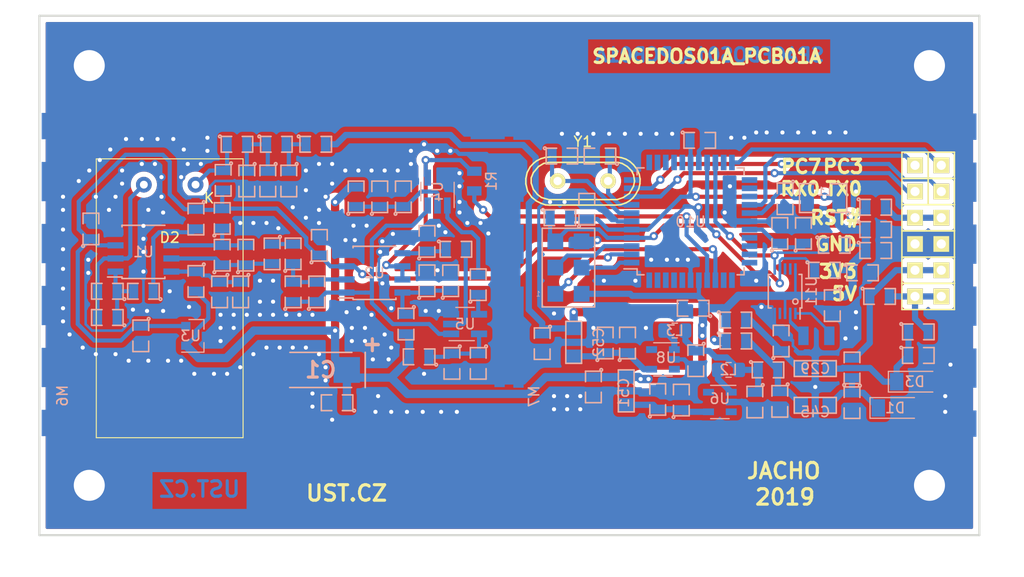
<source format=kicad_pcb>
(kicad_pcb (version 20171130) (host pcbnew "(6.0.0-rc1-dev-205-gc0615c5ef)")
  (title_block (title NAME) (date "%d. %m. %Y") (rev REV) (company "Mlab www.mlab.cz") (comment 1 VERSION) (comment 2 "Short description\\nTwo lines are maximum") (comment 3 "nickname <email@example.com>"))
  (layers (0 F.Cu signal hide) (31 B.Cu signal) (34 B.Paste user) (36 B.SilkS user hide) (37 F.SilkS user) (38 B.Mask user) (39 F.Mask user hide) (44 Edge.Cuts user))
  (net 0 "")
  (net 1 GND)
  (net 2 "Net-(C10-Pad2)")
  (net 3 /VCC1)
  (net 4 /VCC2)
  (net 5 /VCC3)
  (net 6 /VCC4)
  (net 7 "Net-(C10-Pad1)")
  (net 8 "Net-(C15-Pad1)")
  (net 9 "Net-(C15-Pad2)")
  (net 10 "Net-(C16-Pad1)")
  (net 11 "Net-(C18-Pad1)")
  (net 12 "Net-(C18-Pad2)")
  (net 13 "Net-(C19-Pad1)")
  (net 14 "Net-(R12-Pad2)")
  (net 15 "Net-(R13-Pad2)")
  (net 16 "Net-(C2-Pad1)")
  (net 17 /A)
  (net 18 /K)
  (net 19 "Net-(C22-Pad1)")
  (net 20 "Net-(R1-Pad2)")
  (net 21 VDD)
  (net 22 "Net-(C30-Pad1)")
  (net 23 /cpu/AVCC)
  (net 24 "Net-(C33-Pad1)")
  (net 25 "Net-(C38-Pad1)")
  (net 26 /cpu/RST#)
  (net 27 /cpu/RST#_P)
  (net 28 /cpu/PC0)
  (net 29 /cpu/PC1)
  (net 30 /cpu/PB5)
  (net 31 /cpu/PB7)
  (net 32 /cpu/PB6)
  (net 33 /cpu/RX0)
  (net 34 /cpu/TX0)
  (net 35 "Net-(U11-Pad1)")
  (net 36 "Net-(U11-Pad2)")
  (net 37 +3V3)
  (net 38 "Net-(C21-Pad1)")
  (net 39 "Net-(C42-Pad1)")
  (net 40 +5V)
  (net 41 "Net-(L2-Pad2)")
  (net 42 "Net-(L3-Pad2)")
  (net 43 PA1)
  (net 44 PA0)
  (net 45 "Net-(C40-Pad1)")
  (net 46 "Net-(R12-Pad1)")
  (net 47 "Net-(C29-Pad3)")
  (net 48 "Net-(C45-Pad3)")
  (net 49 "Net-(C29-Pad1)")
  (net 50 /cpu/PC3)
  (net 51 /cpu/PC7)
  (net 52 /power/5)
  (net 53 /power/3)
  (module Mlab_R:SMD-1210 (layer B.Cu) (at 76.073 -32.893 180)
    (fp_text reference L1 (at -0.127 0.635 180) (layer B.SilkS) (effects (font (size 0.762 0.762) (thickness 0.127)) (justify mirror)))
    (fp_text value "10uH - LQH32CN100K23L" hide)
    (pad 2 smd rect (at 1.524 0 180) (size 1.27 2.54) (layers B.Cu B.Paste B.Mask) (net 23 /cpu/AVCC))
    (pad 1 smd rect (at -1.524 0 180) (size 1.27 2.54) (layers B.Cu B.Paste B.Mask) (net 37 +3V3))
  )
  (module Mlab_L:FIR1 (layer B.Cu) (at 75.311 -12.827 180)
    (fp_text reference C45 (at 0 -0.635 180) (layer B.SilkS) (effects (justify mirror)))
    (fp_text value NFM21PC105-1uF hide)
    (pad 3 smd rect (at 1.35 0 180) (size 1.3 1.5) (layers B.Cu B.Paste B.Mask) (net 48 "Net-(C45-Pad3)"))
    (pad 2 smd rect (at 0 0 180) (size 0.7 3) (layers B.Cu B.Paste B.Mask) (net 1 GND))
    (pad 1 smd rect (at -1.35 0 180) (size 1.3 1.5) (layers B.Cu B.Paste B.Mask) (net 19 "Net-(C22-Pad1)"))
  )
  (module Mlab_L:FIR1 (layer B.Cu) (at 75.311 -16.383 180)
    (fp_text reference C29 (at 0 0 180) (layer B.SilkS) (effects (justify mirror)))
    (fp_text value NFM21PC105-1uF hide)
    (pad 3 smd rect (at 1.35 0 180) (size 1.3 1.5) (layers B.Cu B.Paste B.Mask) (net 47 "Net-(C29-Pad3)"))
    (pad 2 smd rect (at 0 0 180) (size 0.7 3) (layers B.Cu B.Paste B.Mask) (net 1 GND))
    (pad 1 smd rect (at -1.35 0 180) (size 1.3 1.5) (layers B.Cu B.Paste B.Mask) (net 49 "Net-(C29-Pad1)"))
  )
  (module Mlab_L:FIR1 (layer B.Cu) (at 51.943 -18.923 90)
    (fp_text reference C52 (at 0 2.413 90) (layer B.SilkS) (effects (justify mirror)))
    (fp_text value NFM21PC105-1uF hide)
    (pad 3 smd rect (at 1.35 0 90) (size 1.3 1.5) (layers B.Cu B.Paste B.Mask) (net 40 +5V))
    (pad 2 smd rect (at 0 0 90) (size 0.7 3) (layers B.Cu B.Paste B.Mask) (net 1 GND))
    (pad 1 smd rect (at -1.35 0 90) (size 1.3 1.5) (layers B.Cu B.Paste B.Mask) (net 39 "Net-(C42-Pad1)"))
  )
  (module Mlab_R:SMD-0805 (layer B.Cu) (at 40.546 -27.934)
    (fp_text reference R13)
    (fp_text value 2k2)
    (pad 1 smd rect (at -0.9525 0) (size 0.889 1.397) (layers B.Cu B.Paste B.Mask) (net 13 "Net-(C19-Pad1)"))
    (pad 2 smd rect (at 0.9525 0) (size 0.889 1.397) (layers B.Cu B.Paste B.Mask) (net 15 "Net-(R13-Pad2)"))
  )
  (module Mlab_R:SMD-0805 (layer B.Cu) (at 37.752 -28.696 90)
    (fp_text reference C19)
    (fp_text value 1nF/NP0)
    (pad 1 smd rect (at -0.9525 0 90) (size 0.889 1.397) (layers B.Cu B.Paste B.Mask) (net 13 "Net-(C19-Pad1)"))
    (pad 2 smd rect (at 0.9525 0 90) (size 0.889 1.397) (layers B.Cu B.Paste B.Mask) (net 1 GND))
  )
  (module Mlab_R:SMD-0805 (layer B.Cu) (at 42.705 -24.505 90)
    (fp_text reference R12)
    (fp_text value 10k)
    (pad 1 smd rect (at -0.9525 0 90) (size 0.889 1.397) (layers B.Cu B.Paste B.Mask) (net 46 "Net-(R12-Pad1)"))
    (pad 2 smd rect (at 0.9525 0 90) (size 0.889 1.397) (layers B.Cu B.Paste B.Mask) (net 14 "Net-(R12-Pad2)"))
  )
  (module Mlab_R:SMD-0805 (layer B.Cu) (at 40.038 -24.886 90)
    (fp_text reference C7)
    (fp_text value 10uF)
    (pad 1 smd rect (at -0.9525 0 90) (size 0.889 1.397) (layers B.Cu B.Paste B.Mask) (net 4 /VCC2))
    (pad 2 smd rect (at 0.9525 0 90) (size 0.889 1.397) (layers B.Cu B.Paste B.Mask) (net 1 GND))
  )
  (module Mlab_R:SMD-0805 (layer B.Cu) (at 42.705 -16.885 270)
    (fp_text reference C14)
    (fp_text value 100nF)
    (pad 1 smd rect (at -0.9525 0 270) (size 0.889 1.397) (layers B.Cu B.Paste B.Mask) (net 6 /VCC4))
    (pad 2 smd rect (at 0.9525 0 270) (size 0.889 1.397) (layers B.Cu B.Paste B.Mask) (net 1 GND))
  )
  (module Mlab_R:SMD-0805 (layer B.Cu) (at 40.165 -16.885 270)
    (fp_text reference C9)
    (fp_text value 10uF)
    (pad 1 smd rect (at -0.9525 0 270) (size 0.889 1.397) (layers B.Cu B.Paste B.Mask) (net 6 /VCC4))
    (pad 2 smd rect (at 0.9525 0 270) (size 0.889 1.397) (layers B.Cu B.Paste B.Mask) (net 1 GND))
  )
  (module Mlab_R:SMD-0805 (layer B.Cu) (at 36.99 -17.52 180)
    (fp_text reference R5)
    (fp_text value 470R)
    (pad 1 smd rect (at -0.9525 0 180) (size 0.889 1.397) (layers B.Cu B.Paste B.Mask) (net 6 /VCC4))
    (pad 2 smd rect (at 0.9525 0 180) (size 0.889 1.397) (layers B.Cu B.Paste B.Mask) (net 37 +3V3))
  )
  (module Mlab_R:SMD-0805 (layer B.Cu) (at 37.752 -24.886 90)
    (fp_text reference C12)
    (fp_text value 100nF)
    (pad 1 smd rect (at -0.9525 0 90) (size 0.889 1.397) (layers B.Cu B.Paste B.Mask) (net 4 /VCC2))
    (pad 2 smd rect (at 0.9525 0 90) (size 0.889 1.397) (layers B.Cu B.Paste B.Mask) (net 1 GND))
  )
  (module Mlab_R:SMD-0805 (layer B.Cu) (at 35.72 -20.695 270)
    (fp_text reference R3)
    (fp_text value 470R)
    (pad 1 smd rect (at -0.9525 0 270) (size 0.889 1.397) (layers B.Cu B.Paste B.Mask) (net 4 /VCC2))
    (pad 2 smd rect (at 0.9525 0 270) (size 0.889 1.397) (layers B.Cu B.Paste B.Mask) (net 37 +3V3))
  )
  (module Mlab_IO:SOIC-8_3.9x4.9mm_Pitch1.27mm (layer B.Cu) (at 32.672 -25.648)
    (fp_text reference U2 (at 0 0) (layer B.SilkS) (effects (justify mirror)))
    (fp_text value OPA2314 hide)
    (pad 8 smd rect (at 2.7 1.905) (size 1.55 0.6) (layers B.Cu B.Paste B.Mask) (net 4 /VCC2))
    (pad 7 smd rect (at 2.7 0.635) (size 1.55 0.6) (layers B.Cu B.Paste B.Mask) (net 20 "Net-(R1-Pad2)"))
    (pad 6 smd rect (at 2.7 -0.635) (size 1.55 0.6) (layers B.Cu B.Paste B.Mask) (net 20 "Net-(R1-Pad2)"))
    (pad 5 smd rect (at 2.7 -1.905) (size 1.55 0.6) (layers B.Cu B.Paste B.Mask) (net 13 "Net-(C19-Pad1)"))
    (pad 4 smd rect (at -2.7 -1.905) (size 1.55 0.6) (layers B.Cu B.Paste B.Mask) (net 1 GND))
    (pad 3 smd rect (at -2.7 -0.635) (size 1.55 0.6) (layers B.Cu B.Paste B.Mask) (net 43 PA1))
    (pad 2 smd rect (at -2.7 0.635) (size 1.55 0.6) (layers B.Cu B.Paste B.Mask) (net 12 "Net-(C18-Pad2)"))
    (pad 1 smd rect (at -2.7 1.905) (size 1.55 0.6) (layers B.Cu B.Paste B.Mask) (net 11 "Net-(C18-Pad1)"))
  )
  (module Mlab_R:SMD-0805 (layer B.Cu) (at 27.084 -23.8065 90)
    (fp_text reference C18)
    (fp_text value 2n2)
    (pad 1 smd rect (at -0.9525 0 90) (size 0.889 1.397) (layers B.Cu B.Paste B.Mask) (net 11 "Net-(C18-Pad1)"))
    (pad 2 smd rect (at 0.9525 0 90) (size 0.889 1.397) (layers B.Cu B.Paste B.Mask) (net 12 "Net-(C18-Pad2)"))
  )
  (module Mlab_R:SMD-0805 (layer B.Cu) (at 24.798 -23.8065 90)
    (fp_text reference R11)
    (fp_text value 4k7)
    (pad 1 smd rect (at -0.9525 0 90) (size 0.889 1.397) (layers B.Cu B.Paste B.Mask) (net 11 "Net-(C18-Pad1)"))
    (pad 2 smd rect (at 0.9525 0 90) (size 0.889 1.397) (layers B.Cu B.Paste B.Mask) (net 12 "Net-(C18-Pad2)"))
  )
  (module Mlab_R:SMD-0805 (layer B.Cu) (at 27.338 -28.315 90)
    (fp_text reference C17)
    (fp_text value 4u7)
    (pad 1 smd rect (at -0.9525 0 90) (size 0.889 1.397) (layers B.Cu B.Paste B.Mask) (net 43 PA1))
    (pad 2 smd rect (at 0.9525 0 90) (size 0.889 1.397) (layers B.Cu B.Paste B.Mask) (net 1 GND))
  )
  (module Mlab_R:SMD-0805 (layer B.Cu) (at 24.798 -27.4895 90)
    (fp_text reference R10)
    (fp_text value 1k)
    (pad 1 smd rect (at -0.9525 0 90) (size 0.889 1.397) (layers B.Cu B.Paste B.Mask) (net 12 "Net-(C18-Pad2)"))
    (pad 2 smd rect (at 0.9525 0 90) (size 0.889 1.397) (layers B.Cu B.Paste B.Mask) (net 10 "Net-(C16-Pad1)"))
  )
  (module Mlab_R:SMD-0805 (layer B.Cu) (at 19.718 -23.8065 270)
    (fp_text reference C6)
    (fp_text value 10uF)
    (pad 1 smd rect (at -0.9525 0 270) (size 0.889 1.397) (layers B.Cu B.Paste B.Mask) (net 3 /VCC1))
    (pad 2 smd rect (at 0.9525 0 270) (size 0.889 1.397) (layers B.Cu B.Paste B.Mask) (net 1 GND))
  )
  (module Mlab_R:SMD-0805 (layer B.Cu) (at 17.686 -23.8065 270)
    (fp_text reference C11)
    (fp_text value 100nF)
    (pad 1 smd rect (at -0.9525 0 270) (size 0.889 1.397) (layers B.Cu B.Paste B.Mask) (net 3 /VCC1))
    (pad 2 smd rect (at 0.9525 0 270) (size 0.889 1.397) (layers B.Cu B.Paste B.Mask) (net 1 GND))
  )
  (module Mlab_R:SMD-0805 (layer B.Cu) (at 15.4 -24.8225 270)
    (fp_text reference R2)
    (fp_text value 470R)
    (pad 1 smd rect (at -0.9525 0 270) (size 0.889 1.397) (layers B.Cu B.Paste B.Mask) (net 3 /VCC1))
    (pad 2 smd rect (at 0.9525 0 270) (size 0.889 1.397) (layers B.Cu B.Paste B.Mask) (net 37 +3V3))
  )
  (module Mlab_R:SMD-0805 (layer B.Cu) (at 22.766 -27.4895 270)
    (fp_text reference C16)
    (fp_text value 100nF)
    (pad 1 smd rect (at -0.9525 0 270) (size 0.889 1.397) (layers B.Cu B.Paste B.Mask) (net 10 "Net-(C16-Pad1)"))
    (pad 2 smd rect (at 0.9525 0 270) (size 0.889 1.397) (layers B.Cu B.Paste B.Mask) (net 8 "Net-(C15-Pad1)"))
  )
  (module Mlab_R:SMD-0805 (layer B.Cu) (at 20.226 -27.3625 90)
    (fp_text reference C15)
    (fp_text value 3n3)
    (pad 1 smd rect (at -0.9525 0 90) (size 0.889 1.397) (layers B.Cu B.Paste B.Mask) (net 8 "Net-(C15-Pad1)"))
    (pad 2 smd rect (at 0.9525 0 90) (size 0.889 1.397) (layers B.Cu B.Paste B.Mask) (net 9 "Net-(C15-Pad2)"))
  )
  (module Mlab_R:SMD-0805 (layer B.Cu) (at 17.94 -27.3625 90)
    (fp_text reference R9)
    (fp_text value 4k7)
    (pad 1 smd rect (at -0.9525 0 90) (size 0.889 1.397) (layers B.Cu B.Paste B.Mask) (net 8 "Net-(C15-Pad1)"))
    (pad 2 smd rect (at 0.9525 0 90) (size 0.889 1.397) (layers B.Cu B.Paste B.Mask) (net 9 "Net-(C15-Pad2)"))
  )
  (module Mlab_R:SMD-0805 (layer B.Cu) (at 17.94 -30.9185 90)
    (fp_text reference R8)
    (fp_text value 1k)
    (pad 1 smd rect (at -0.9525 0 90) (size 0.889 1.397) (layers B.Cu B.Paste B.Mask) (net 9 "Net-(C15-Pad2)"))
    (pad 2 smd rect (at 0.9525 0 90) (size 0.889 1.397) (layers B.Cu B.Paste B.Mask) (net 43 PA1))
  )
  (module Mlab_R:SMD-0805 (layer B.Cu) (at 15.4 -30.855 270)
    (fp_text reference R7)
    (fp_text value 10k)
    (pad 1 smd rect (at -0.9525 0 270) (size 0.889 1.397) (layers B.Cu B.Paste B.Mask) (net 43 PA1))
    (pad 2 smd rect (at 0.9525 0 270) (size 0.889 1.397) (layers B.Cu B.Paste B.Mask) (net 7 "Net-(C10-Pad1)"))
  )
  (module Mlab_IO:SOIC-8_3.9x4.9mm_Pitch1.27mm (layer B.Cu) (at 10.32 -27.68)
    (fp_text reference U1 (at 0 0) (layer B.SilkS) (effects (justify mirror)))
    (fp_text value OPA2314 hide)
    (pad 8 smd rect (at 2.7 1.905) (size 1.55 0.6) (layers B.Cu B.Paste B.Mask) (net 3 /VCC1))
    (pad 7 smd rect (at 2.7 0.635) (size 1.55 0.6) (layers B.Cu B.Paste B.Mask) (net 8 "Net-(C15-Pad1)"))
    (pad 6 smd rect (at 2.7 -0.635) (size 1.55 0.6) (layers B.Cu B.Paste B.Mask) (net 9 "Net-(C15-Pad2)"))
    (pad 5 smd rect (at 2.7 -1.905) (size 1.55 0.6) (layers B.Cu B.Paste B.Mask) (net 7 "Net-(C10-Pad1)"))
    (pad 4 smd rect (at -2.7 -1.905) (size 1.55 0.6) (layers B.Cu B.Paste B.Mask) (net 1 GND))
    (pad 3 smd rect (at -2.7 -0.635) (size 1.55 0.6) (layers B.Cu B.Paste B.Mask) (net 43 PA1))
    (pad 2 smd rect (at -2.7 0.635) (size 1.55 0.6) (layers B.Cu B.Paste B.Mask) (net 17 /A))
    (pad 1 smd rect (at -2.7 1.905) (size 1.55 0.6) (layers B.Cu B.Paste B.Mask) (net 2 "Net-(C10-Pad2)"))
  )
  (module Mlab_R:SMD-0805 (layer B.Cu) (at 10.066 -19.552 270)
    (fp_text reference C20)
    (fp_text value 100nF)
    (pad 1 smd rect (at -0.9525 0 270) (size 0.889 1.397) (layers B.Cu B.Paste B.Mask) (net 43 PA1))
    (pad 2 smd rect (at 0.9525 0 270) (size 0.889 1.397) (layers B.Cu B.Paste B.Mask) (net 1 GND))
  )
  (module Mlab_R:SMD-0805 (layer B.Cu) (at 10.32 -23.87 180)
    (fp_text reference C10)
    (fp_text value 100nF)
    (pad 1 smd rect (at -0.9525 0 180) (size 0.889 1.397) (layers B.Cu B.Paste B.Mask) (net 7 "Net-(C10-Pad1)"))
    (pad 2 smd rect (at 0.9525 0 180) (size 0.889 1.397) (layers B.Cu B.Paste B.Mask) (net 2 "Net-(C10-Pad2)"))
  )
  (module Mlab_R:SMD-0805 (layer B.Cu) (at 6.8275 -21.33 180)
    (fp_text reference R6)
    (fp_text value 10M)
    (pad 1 smd rect (at -0.9525 0 180) (size 0.889 1.397) (layers B.Cu B.Paste B.Mask) (net 2 "Net-(C10-Pad2)"))
    (pad 2 smd rect (at 0.9525 0 180) (size 0.889 1.397) (layers B.Cu B.Paste B.Mask) (net 17 /A))
  )
  (module Mlab_R:SMD-0805 (layer B.Cu) (at 6.8275 -23.87 180)
    (fp_text reference C5)
    (fp_text value "1pFNP0 251R15S1R0AV4E" hide)
    (pad 1 smd rect (at -0.9525 0 180) (size 0.889 1.397) (layers B.Cu B.Paste B.Mask) (net 2 "Net-(C10-Pad2)"))
    (pad 2 smd rect (at 0.9525 0 180) (size 0.889 1.397) (layers B.Cu B.Paste B.Mask) (net 17 /A))
  )
  (module Mlab_R:SMD-0805 (layer B.Cu) (at 5.24 -29.9025 90)
    (fp_text reference C3)
    (fp_text value 4u7)
    (pad 1 smd rect (at -0.9525 0 90) (size 0.889 1.397) (layers B.Cu B.Paste B.Mask) (net 43 PA1))
    (pad 2 smd rect (at 0.9525 0 90) (size 0.889 1.397) (layers B.Cu B.Paste B.Mask) (net 1 GND))
  )
  (module Mlab_R:SMD-0805 (layer B.Cu) (at 29.0525 -13.075 180)
    (fp_text reference C4)
    (fp_text value 10uF)
    (pad 1 smd rect (at -0.9525 0 180) (size 0.889 1.397) (layers B.Cu B.Paste B.Mask) (net 37 +3V3))
    (pad 2 smd rect (at 0.9525 0 180) (size 0.889 1.397) (layers B.Cu B.Paste B.Mask) (net 1 GND))
  )
  (module Mlab_C:TantalC_SizeC_Reflow (layer B.Cu) (at 27.465 -16.25 180)
    (fp_text reference C1 (at 0 0 180) (layer B.SilkS) (effects (font (size 1.524 1.524) (thickness 0.3048)) (justify mirror)))
    (fp_text value 47uF hide)
    (fp_text user + (at -4.99872 2.55016 180) (layer B.SilkS) (effects (font (size 1.524 1.524) (thickness 0.3048)) (justify mirror)))
    (pad 1 smd rect (at -2.52476 0 180) (size 2.55016 2.49936) (layers B.Cu B.Paste B.Mask) (net 37 +3V3))
    (pad 2 smd rect (at 2.52476 0 180) (size 2.55016 2.49936) (layers B.Cu B.Paste B.Mask) (net 1 GND))
  )
  (module Mlab_Pin_Headers:SMD_2x03 (layer B.Cu) (at 51.435 -26.162)
    (fp_text reference J22 hide)
    (fp_text value HEADER_2x03 hide)
    (fp_text user 1 (at -2.921 2.54) (layer B.SilkS) (effects (font (size 0.5 0.5) (thickness 0.05)) (justify mirror)))
    (pad 1 smd rect (at -1.27 2.54) (size 1.524 1.524) (layers B.Cu B.Paste B.Mask) (net 32 /cpu/PB6))
    (pad 2 smd rect (at 1.27 2.54) (size 1.524 1.524) (layers B.Cu B.Paste B.Mask) (net 37 +3V3))
    (pad 3 smd rect (at -1.27 0) (size 1.524 1.524) (layers B.Cu B.Paste B.Mask) (net 31 /cpu/PB7))
    (pad 4 smd rect (at 1.27 0) (size 1.524 1.524) (layers B.Cu B.Paste B.Mask) (net 30 /cpu/PB5))
    (pad 5 smd rect (at -1.27 -2.54) (size 1.524 1.524) (layers B.Cu B.Paste B.Mask) (net 27 /cpu/RST#_P))
    (pad 6 smd rect (at 1.27 -2.54) (size 1.524 1.524) (layers B.Cu B.Paste B.Mask) (net 1 GND))
  )
  (module Mlab_IO:TSSOP-10_3x3mm_Pitch0.5mm (layer B.Cu) (at 72.39 -23.876 90)
    (fp_text reference U11 (at 0 2.55 90) (layer B.SilkS) (effects (justify mirror)))
    (fp_text value PCF85263A hide)
    (pad 10 smd rect (at 2.15 1 90) (size 1.1 0.25) (layers B.Cu B.Paste B.Mask) (net 37 +3V3))
    (pad 9 smd rect (at 2.15 0.5 90) (size 1.1 0.25) (layers B.Cu B.Paste B.Mask))
    (pad 8 smd rect (at 2.15 0 90) (size 1.1 0.25) (layers B.Cu B.Paste B.Mask))
    (pad 7 smd rect (at 2.15 -0.5 90) (size 1.1 0.25) (layers B.Cu B.Paste B.Mask) (net 28 /cpu/PC0))
    (pad 6 smd rect (at 2.15 -1 90) (size 1.1 0.25) (layers B.Cu B.Paste B.Mask) (net 29 /cpu/PC1))
    (pad 5 smd rect (at -2.15 -1 90) (size 1.1 0.25) (layers B.Cu B.Paste B.Mask) (net 1 GND))
    (pad 4 smd rect (at -2.15 -0.5 90) (size 1.1 0.25) (layers B.Cu B.Paste B.Mask))
    (pad 3 smd rect (at -2.15 0 90) (size 1.1 0.25) (layers B.Cu B.Paste B.Mask) (net 37 +3V3))
    (pad 2 smd rect (at -2.15 0.5 90) (size 1.1 0.25) (layers B.Cu B.Paste B.Mask) (net 36 "Net-(U11-Pad2)"))
    (pad 1 smd rect (at -2.15 1 90) (size 1.1 0.25) (layers B.Cu B.Paste B.Mask) (net 35 "Net-(U11-Pad1)"))
  )
  (module Mlab_R:SMD-0805 (layer B.Cu) (at 35.466 -33.014 90)
    (fp_text reference C13)
    (fp_text value 100nF)
    (pad 1 smd rect (at -0.9525 0 90) (size 0.889 1.397) (layers B.Cu B.Paste B.Mask) (net 5 /VCC3))
    (pad 2 smd rect (at 0.9525 0 90) (size 0.889 1.397) (layers B.Cu B.Paste B.Mask) (net 1 GND))
  )
  (module Mlab_R:SMD-0805 (layer B.Cu) (at 33.18 -33.014 90)
    (fp_text reference C8)
    (fp_text value 10uF)
    (pad 1 smd rect (at -0.9525 0 90) (size 0.889 1.397) (layers B.Cu B.Paste B.Mask) (net 5 /VCC3))
    (pad 2 smd rect (at 0.9525 0 90) (size 0.889 1.397) (layers B.Cu B.Paste B.Mask) (net 1 GND))
  )
  (module Mlab_R:SMD-0805 (layer B.Cu) (at 30.894 -33.014 90)
    (fp_text reference R4)
    (fp_text value 470R)
    (pad 1 smd rect (at -0.9525 0 90) (size 0.889 1.397) (layers B.Cu B.Paste B.Mask) (net 5 /VCC3))
    (pad 2 smd rect (at 0.9525 0 90) (size 0.889 1.397) (layers B.Cu B.Paste B.Mask) (net 37 +3V3))
  )
  (module Mlab_Mechanical:BMI-S-210-F (layer B.Cu) (at 0.474 -9.84)
    (fp_text reference M6 (at 2.01 -3.915 -270) (layer B.SilkS) (effects (justify mirror)))
    (fp_text value BMI-S-210-F)
    (pad 1 smd rect (at 37.4 -30.8) (size 3.8 1) (layers B.Cu B.Paste B.Mask) (net 1 GND))
    (pad 1 smd rect (at 31.4 -30.8) (size 3.8 1) (layers B.Cu B.Paste B.Mask) (net 1 GND))
    (pad 1 smd rect (at 25.4 -30.8) (size 3.8 1) (layers B.Cu B.Paste B.Mask) (net 1 GND))
    (pad 1 smd rect (at 19.4 -30.8) (size 3.8 1) (layers B.Cu B.Paste B.Mask) (net 1 GND))
    (pad 1 smd rect (at 13.4 -30.8) (size 3.8 1) (layers B.Cu B.Paste B.Mask) (net 1 GND))
    (pad 1 smd rect (at 7.4 -30.8) (size 3.8 1) (layers B.Cu B.Paste B.Mask) (net 1 GND))
    (pad 1 smd rect (at 37.4 -0.5) (size 3.8 1) (layers B.Cu B.Paste B.Mask) (net 1 GND))
    (pad 1 smd rect (at 31.4 -0.5) (size 3.8 1) (layers B.Cu B.Paste B.Mask) (net 1 GND))
    (pad 1 smd rect (at 25.4 -0.5) (size 3.8 1) (layers B.Cu B.Paste B.Mask) (net 1 GND))
    (pad 1 smd rect (at 19.4 -0.5) (size 3.8 1) (layers B.Cu B.Paste B.Mask) (net 1 GND))
    (pad 1 smd rect (at 13.4 -0.5) (size 3.8 1) (layers B.Cu B.Paste B.Mask) (net 1 GND))
    (pad 1 smd rect (at 7.4 -0.5) (size 3.8 1) (layers B.Cu B.Paste B.Mask) (net 1 GND))
    (pad 1 smd rect (at 43.15 -30.025) (size 3.3 2.55) (layers B.Cu B.Paste B.Mask) (net 1 GND))
    (pad 1 smd rect (at 1.65 -30.025) (size 3.3 2.55) (layers B.Cu B.Paste B.Mask) (net 1 GND))
    (pad 1 smd rect (at 43.15 -1.275) (size 3.3 2.55) (layers B.Cu B.Paste B.Mask) (net 1 GND))
    (pad 1 smd rect (at 1.65 -1.275) (size 3.3 2.55) (layers B.Cu B.Paste B.Mask) (net 1 GND))
    (pad 1 smd rect (at 0.5 -6.65) (size 1 3.8) (layers B.Cu B.Paste B.Mask) (net 1 GND))
    (pad 1 smd rect (at 0.5 -12.65) (size 1 3.8) (layers B.Cu B.Paste B.Mask) (net 1 GND))
    (pad 1 smd rect (at 0.5 -18.65) (size 1 3.8) (layers B.Cu B.Paste B.Mask) (net 1 GND))
    (pad 1 smd rect (at 0.5 -24.65) (size 1 3.8) (layers B.Cu B.Paste B.Mask) (net 1 GND))
    (pad 1 smd rect (at 44.3 -6.65) (size 1 3.8) (layers B.Cu B.Paste B.Mask) (net 1 GND))
    (pad 1 smd rect (at 44.3 -12.65) (size 1 3.8) (layers B.Cu B.Paste B.Mask) (net 1 GND))
    (pad 1 smd rect (at 44.3 -18.65) (size 1 3.8) (layers B.Cu B.Paste B.Mask) (net 1 GND))
    (pad 1 smd rect (at 44.3 -24.65) (size 1 3.8) (layers B.Cu B.Paste B.Mask) (net 1 GND))
  )
  (module Package_QFP:TQFP-44_10x10mm_P0.8mm (layer B.Cu) (at 63.25 -30.64)
    (fp_text reference U10 (at -0.004 0.033) (layer B.SilkS) (effects (justify mirror)))
    (fp_text value ATMEGA1284P-AU hide)
    (pad 1 smd rect (at -5.7 4) (size 1.5 0.55) (layers B.Cu B.Paste B.Mask) (net 30 /cpu/PB5))
    (pad 2 smd rect (at -5.7 3.2) (size 1.5 0.55) (layers B.Cu B.Paste B.Mask) (net 32 /cpu/PB6))
    (pad 3 smd rect (at -5.7 2.4) (size 1.5 0.55) (layers B.Cu B.Paste B.Mask) (net 31 /cpu/PB7))
    (pad 4 smd rect (at -5.7 1.6) (size 1.5 0.55) (layers B.Cu B.Paste B.Mask) (net 27 /cpu/RST#_P))
    (pad 5 smd rect (at -5.7 0.8) (size 1.5 0.55) (layers B.Cu B.Paste B.Mask) (net 37 +3V3))
    (pad 6 smd rect (at -5.7 0) (size 1.5 0.55) (layers B.Cu B.Paste B.Mask) (net 1 GND))
    (pad 7 smd rect (at -5.7 -0.8) (size 1.5 0.55) (layers B.Cu B.Paste B.Mask) (net 22 "Net-(C30-Pad1)"))
    (pad 8 smd rect (at -5.7 -1.6) (size 1.5 0.55) (layers B.Cu B.Paste B.Mask) (net 24 "Net-(C33-Pad1)"))
    (pad 9 smd rect (at -5.7 -2.4) (size 1.5 0.55) (layers B.Cu B.Paste B.Mask) (net 33 /cpu/RX0))
    (pad 10 smd rect (at -5.7 -3.2) (size 1.5 0.55) (layers B.Cu B.Paste B.Mask) (net 34 /cpu/TX0))
    (pad 11 smd rect (at -5.7 -4) (size 1.5 0.55) (layers B.Cu B.Paste B.Mask))
    (pad 12 smd rect (at -4 -5.7 270) (size 1.5 0.55) (layers B.Cu B.Paste B.Mask))
    (pad 13 smd rect (at -3.2 -5.7 270) (size 1.5 0.55) (layers B.Cu B.Paste B.Mask))
    (pad 14 smd rect (at -2.4 -5.7 270) (size 1.5 0.55) (layers B.Cu B.Paste B.Mask))
    (pad 15 smd rect (at -1.6 -5.7 270) (size 1.5 0.55) (layers B.Cu B.Paste B.Mask))
    (pad 16 smd rect (at -0.8 -5.7 270) (size 1.5 0.55) (layers B.Cu B.Paste B.Mask))
    (pad 17 smd rect (at 0 -5.7 270) (size 1.5 0.55) (layers B.Cu B.Paste B.Mask) (net 37 +3V3))
    (pad 18 smd rect (at 0.8 -5.7 270) (size 1.5 0.55) (layers B.Cu B.Paste B.Mask) (net 1 GND))
    (pad 19 smd rect (at 1.6 -5.7 270) (size 1.5 0.55) (layers B.Cu B.Paste B.Mask) (net 28 /cpu/PC0))
    (pad 20 smd rect (at 2.4 -5.7 270) (size 1.5 0.55) (layers B.Cu B.Paste B.Mask) (net 29 /cpu/PC1))
    (pad 21 smd rect (at 3.2 -5.7 270) (size 1.5 0.55) (layers B.Cu B.Paste B.Mask))
    (pad 22 smd rect (at 4 -5.7 270) (size 1.5 0.55) (layers B.Cu B.Paste B.Mask) (net 50 /cpu/PC3))
    (pad 23 smd rect (at 5.7 -4) (size 1.5 0.55) (layers B.Cu B.Paste B.Mask))
    (pad 24 smd rect (at 5.7 -3.2) (size 1.5 0.55) (layers B.Cu B.Paste B.Mask))
    (pad 25 smd rect (at 5.7 -2.4) (size 1.5 0.55) (layers B.Cu B.Paste B.Mask))
    (pad 26 smd rect (at 5.7 -1.6) (size 1.5 0.55) (layers B.Cu B.Paste B.Mask) (net 51 /cpu/PC7))
    (pad 27 smd rect (at 5.7 -0.8) (size 1.5 0.55) (layers B.Cu B.Paste B.Mask) (net 23 /cpu/AVCC))
    (pad 28 smd rect (at 5.7 0) (size 1.5 0.55) (layers B.Cu B.Paste B.Mask) (net 1 GND))
    (pad 29 smd rect (at 5.7 0.8) (size 1.5 0.55) (layers B.Cu B.Paste B.Mask) (net 45 "Net-(C40-Pad1)"))
    (pad 30 smd rect (at 5.7 1.6) (size 1.5 0.55) (layers B.Cu B.Paste B.Mask))
    (pad 31 smd rect (at 5.7 2.4) (size 1.5 0.55) (layers B.Cu B.Paste B.Mask))
    (pad 32 smd rect (at 5.7 3.2) (size 1.5 0.55) (layers B.Cu B.Paste B.Mask))
    (pad 33 smd rect (at 5.7 4) (size 1.5 0.55) (layers B.Cu B.Paste B.Mask))
    (pad 34 smd rect (at 4 5.7 270) (size 1.5 0.55) (layers B.Cu B.Paste B.Mask))
    (pad 35 smd rect (at 3.2 5.7 270) (size 1.5 0.55) (layers B.Cu B.Paste B.Mask))
    (pad 36 smd rect (at 2.4 5.7 270) (size 1.5 0.55) (layers B.Cu B.Paste B.Mask) (net 43 PA1))
    (pad 37 smd rect (at 1.6 5.7 270) (size 1.5 0.55) (layers B.Cu B.Paste B.Mask) (net 44 PA0))
    (pad 38 smd rect (at 0.8 5.7 270) (size 1.5 0.55) (layers B.Cu B.Paste B.Mask) (net 37 +3V3))
    (pad 39 smd rect (at 0 5.7 270) (size 1.5 0.55) (layers B.Cu B.Paste B.Mask) (net 1 GND))
    (pad 40 smd rect (at -0.8 5.7 270) (size 1.5 0.55) (layers B.Cu B.Paste B.Mask))
    (pad 41 smd rect (at -1.6 5.7 270) (size 1.5 0.55) (layers B.Cu B.Paste B.Mask))
    (pad 42 smd rect (at -2.4 5.7 270) (size 1.5 0.55) (layers B.Cu B.Paste B.Mask))
    (pad 43 smd rect (at -3.2 5.7 270) (size 1.5 0.55) (layers B.Cu B.Paste B.Mask))
    (pad 44 smd rect (at -4 5.7 270) (size 1.5 0.55) (layers B.Cu B.Paste B.Mask))
  )
  (module Mlab_Mechanical:BMI-S-210-F (layer B.Cu) (at 46.101 -9.779)
    (fp_text reference M7 (at 2.01 -3.915 -270) (layer B.SilkS) (effects (justify mirror)))
    (fp_text value BMI-S-210-F)
    (pad 1 smd rect (at 37.4 -30.8) (size 3.8 1) (layers B.Cu B.Paste B.Mask) (net 1 GND))
    (pad 1 smd rect (at 31.4 -30.8) (size 3.8 1) (layers B.Cu B.Paste B.Mask) (net 1 GND))
    (pad 1 smd rect (at 25.4 -30.8) (size 3.8 1) (layers B.Cu B.Paste B.Mask) (net 1 GND))
    (pad 1 smd rect (at 19.4 -30.8) (size 3.8 1) (layers B.Cu B.Paste B.Mask) (net 1 GND))
    (pad 1 smd rect (at 13.4 -30.8) (size 3.8 1) (layers B.Cu B.Paste B.Mask) (net 1 GND))
    (pad 1 smd rect (at 7.4 -30.8) (size 3.8 1) (layers B.Cu B.Paste B.Mask) (net 1 GND))
    (pad 1 smd rect (at 37.4 -0.5) (size 3.8 1) (layers B.Cu B.Paste B.Mask) (net 1 GND))
    (pad 1 smd rect (at 31.4 -0.5) (size 3.8 1) (layers B.Cu B.Paste B.Mask) (net 1 GND))
    (pad 1 smd rect (at 25.4 -0.5) (size 3.8 1) (layers B.Cu B.Paste B.Mask) (net 1 GND))
    (pad 1 smd rect (at 19.4 -0.5) (size 3.8 1) (layers B.Cu B.Paste B.Mask) (net 1 GND))
    (pad 1 smd rect (at 13.4 -0.5) (size 3.8 1) (layers B.Cu B.Paste B.Mask) (net 1 GND))
    (pad 1 smd rect (at 7.4 -0.5) (size 3.8 1) (layers B.Cu B.Paste B.Mask) (net 1 GND))
    (pad 1 smd rect (at 43.15 -30.025) (size 3.3 2.55) (layers B.Cu B.Paste B.Mask) (net 1 GND))
    (pad 1 smd rect (at 1.65 -30.025) (size 3.3 2.55) (layers B.Cu B.Paste B.Mask) (net 1 GND))
    (pad 1 smd rect (at 43.15 -1.275) (size 3.3 2.55) (layers B.Cu B.Paste B.Mask) (net 1 GND))
    (pad 1 smd rect (at 1.65 -1.275) (size 3.3 2.55) (layers B.Cu B.Paste B.Mask) (net 1 GND))
    (pad 1 smd rect (at 0.5 -6.65) (size 1 3.8) (layers B.Cu B.Paste B.Mask) (net 1 GND))
    (pad 1 smd rect (at 0.5 -12.65) (size 1 3.8) (layers B.Cu B.Paste B.Mask) (net 1 GND))
    (pad 1 smd rect (at 0.5 -18.65) (size 1 3.8) (layers B.Cu B.Paste B.Mask) (net 1 GND))
    (pad 1 smd rect (at 0.5 -24.65) (size 1 3.8) (layers B.Cu B.Paste B.Mask) (net 1 GND))
    (pad 1 smd rect (at 44.3 -6.65) (size 1 3.8) (layers B.Cu B.Paste B.Mask) (net 1 GND))
    (pad 1 smd rect (at 44.3 -12.65) (size 1 3.8) (layers B.Cu B.Paste B.Mask) (net 1 GND))
    (pad 1 smd rect (at 44.3 -18.65) (size 1 3.8) (layers B.Cu B.Paste B.Mask) (net 1 GND))
    (pad 1 smd rect (at 44.3 -24.65) (size 1 3.8) (layers B.Cu B.Paste B.Mask) (net 1 GND))
  )
  (module Mlab_R:SMD-0805 (layer B.Cu) (at 18.034 -34.6075 270)
    (fp_text reference C24)
    (fp_text value 1uF)
    (pad 2 smd rect (at 0.9525 0 270) (size 0.889 1.397) (layers B.Cu B.Paste B.Mask) (net 43 PA1))
    (pad 1 smd rect (at -0.9525 0 270) (size 0.889 1.397) (layers B.Cu B.Paste B.Mask) (net 18 /K))
  )
  (module Mlab_Mechanical:MountingHole_3mm (layer F.Cu) (at 86.36 -45.72)
    (fp_text reference M2 hide)
    (fp_text value HOLE hide)
    (pad 1 thru_hole circle (at 0 0) (size 6 6) (drill 3) (layers *.Cu *.Adhes *.Mask) (net 1 GND) (clearance 1))
  )
  (module Mlab_Mechanical:MountingHole_3mm (layer F.Cu) (at 5.08 -45.72)
    (fp_text reference M3 hide)
    (fp_text value HOLE hide)
    (pad 1 thru_hole circle (at 0 0) (size 6 6) (drill 3) (layers *.Cu *.Adhes *.Mask) (net 1 GND) (clearance 1))
  )
  (module Mlab_Mechanical:MountingHole_3mm (layer F.Cu) (at 5.08 -5.08)
    (fp_text reference M4 hide)
    (fp_text value HOLE hide)
    (pad 1 thru_hole circle (at 0 0) (size 6 6) (drill 3) (layers *.Cu *.Adhes *.Mask) (net 1 GND) (clearance 1))
  )
  (module Package_TO_SOT_SMD:SOT-23-5_HandSoldering (layer B.Cu) (at 38.768 -33.522 90)
    (fp_text reference U4 (at 0 0 90) (layer B.SilkS) (effects (justify mirror)))
    (fp_text value TS7211 hide)
    (pad 1 smd rect (at -1.35 0.95 90) (size 1.56 0.65) (layers B.Cu B.Paste B.Mask) (net 14 "Net-(R12-Pad2)"))
    (pad 2 smd rect (at -1.35 0 90) (size 1.56 0.65) (layers B.Cu B.Paste B.Mask) (net 5 /VCC3))
    (pad 3 smd rect (at -1.35 -0.95 90) (size 1.56 0.65) (layers B.Cu B.Paste B.Mask) (net 11 "Net-(C18-Pad1)"))
    (pad 4 smd rect (at 1.35 -0.95 90) (size 1.56 0.65) (layers B.Cu B.Paste B.Mask) (net 20 "Net-(R1-Pad2)"))
    (pad 5 smd rect (at 1.35 0.95 90) (size 1.56 0.65) (layers B.Cu B.Paste B.Mask) (net 1 GND))
  )
  (module Package_TO_SOT_SMD:SOT-23-5_HandSoldering (layer B.Cu) (at 41.435 -20.695)
    (fp_text reference U5 (at 0 0) (layer B.SilkS) (effects (justify mirror)))
    (fp_text value TS5A4594 hide)
    (pad 5 smd rect (at 1.35 0.95) (size 1.56 0.65) (layers B.Cu B.Paste B.Mask) (net 6 /VCC4))
    (pad 4 smd rect (at 1.35 -0.95) (size 1.56 0.65) (layers B.Cu B.Paste B.Mask) (net 46 "Net-(R12-Pad1)"))
    (pad 3 smd rect (at -1.35 -0.95) (size 1.56 0.65) (layers B.Cu B.Paste B.Mask) (net 1 GND))
    (pad 2 smd rect (at -1.35 0) (size 1.56 0.65) (layers B.Cu B.Paste B.Mask) (net 15 "Net-(R13-Pad2)"))
    (pad 1 smd rect (at -1.35 0.95) (size 1.56 0.65) (layers B.Cu B.Paste B.Mask) (net 11 "Net-(C18-Pad1)"))
  )
  (module Package_TO_SOT_SMD:SOT-23 (layer B.Cu) (at 15.416 -19.552)
    (fp_text reference U3 (at -0.524 0) (layer B.SilkS) (effects (justify mirror)))
    (fp_text value "ISL21080DIH312Z-TK  1V25" hide)
    (pad 3 smd rect (at 1 0) (size 0.9 0.8) (layers B.Cu B.Paste B.Mask) (net 1 GND))
    (pad 2 smd rect (at -1 -0.95) (size 0.9 0.8) (layers B.Cu B.Paste B.Mask) (net 43 PA1))
    (pad 1 smd rect (at -1 0.95) (size 0.9 0.8) (layers B.Cu B.Paste B.Mask) (net 37 +3V3))
  )
  (module Mlab_R:SMD-0805 (layer B.Cu) (at 42.324 -34.538 90)
    (fp_text reference R1 (at 0 1.65 90) (layer B.SilkS) (effects (justify mirror)))
    (fp_text value 10R hide)
    (pad 1 smd rect (at -0.9525 0 90) (size 0.899 1.4) (layers B.Cu B.Paste B.Mask) (net 44 PA0))
    (pad 2 smd rect (at 0.9525 0 90) (size 0.889 1.4) (layers B.Cu B.Paste B.Mask) (net 20 "Net-(R1-Pad2)"))
  )
  (module Mlab_R:SMD-0805 (layer B.Cu) (at 79.883 -25.654)
    (fp_text reference C26)
    (fp_text value 100nF)
    (pad 2 smd rect (at 0.9525 0) (size 0.889 1.397) (layers B.Cu B.Paste B.Mask) (net 1 GND))
    (pad 1 smd rect (at -0.9525 0) (size 0.889 1.397) (layers B.Cu B.Paste B.Mask) (net 37 +3V3))
  )
  (module Mlab_R:SMD-0805 (layer B.Cu) (at 81.153 -27.813)
    (fp_text reference C27)
    (fp_text value 100nF)
    (pad 1 smd rect (at -0.9525 0) (size 0.889 1.397) (layers B.Cu B.Paste B.Mask) (net 37 +3V3))
    (pad 2 smd rect (at 0.9525 0) (size 0.889 1.397) (layers B.Cu B.Paste B.Mask) (net 1 GND))
  )
  (module Mlab_R:SMD-0805 (layer B.Cu) (at 81.153 -29.845)
    (fp_text reference C28)
    (fp_text value 100nF)
    (pad 2 smd rect (at 0.9525 0) (size 0.889 1.397) (layers B.Cu B.Paste B.Mask) (net 1 GND))
    (pad 1 smd rect (at -0.9525 0) (size 0.889 1.397) (layers B.Cu B.Paste B.Mask) (net 37 +3V3))
  )
  (module Mlab_R:SMD-0805 (layer B.Cu) (at 50.8 -36.957)
    (fp_text reference C30)
    (fp_text value 15pF)
    (pad 1 smd rect (at -0.9525 0) (size 0.889 1.397) (layers B.Cu B.Paste B.Mask) (net 22 "Net-(C30-Pad1)"))
    (pad 2 smd rect (at 0.9525 0) (size 0.889 1.397) (layers B.Cu B.Paste B.Mask) (net 1 GND))
  )
  (module Mlab_R:SMD-0805 (layer B.Cu) (at 72.39 -32.8295 270)
    (fp_text reference C31)
    (fp_text value 100nF)
    (pad 1 smd rect (at -0.9525 0 270) (size 0.889 1.397) (layers B.Cu B.Paste B.Mask) (net 23 /cpu/AVCC))
    (pad 2 smd rect (at 0.9525 0 270) (size 0.889 1.397) (layers B.Cu B.Paste B.Mask) (net 1 GND))
  )
  (module Mlab_R:SMD-0805 (layer B.Cu) (at 54.483 -36.957 180)
    (fp_text reference C33)
    (fp_text value 15pF)
    (pad 2 smd rect (at 0.9525 0 180) (size 0.889 1.397) (layers B.Cu B.Paste B.Mask) (net 1 GND))
    (pad 1 smd rect (at -0.9525 0 180) (size 0.889 1.397) (layers B.Cu B.Paste B.Mask) (net 24 "Net-(C33-Pad1)"))
  )
  (module Mlab_R:SMD-0805 (layer B.Cu) (at 53.213 -31.8135 90)
    (fp_text reference C34)
    (fp_text value 100nF)
    (pad 1 smd rect (at -0.9525 0 90) (size 0.889 1.397) (layers B.Cu B.Paste B.Mask) (net 37 +3V3))
    (pad 2 smd rect (at 0.9525 0 90) (size 0.889 1.397) (layers B.Cu B.Paste B.Mask) (net 1 GND))
  )
  (module Mlab_R:SMD-0805 (layer B.Cu) (at 63.5 -22.225 180)
    (fp_text reference C35)
    (fp_text value 100nF)
    (pad 2 smd rect (at 0.9525 0 180) (size 0.889 1.397) (layers B.Cu B.Paste B.Mask) (net 1 GND))
    (pad 1 smd rect (at -0.9525 0 180) (size 0.889 1.397) (layers B.Cu B.Paste B.Mask) (net 37 +3V3))
  )
  (module Mlab_R:SMD-0805 (layer B.Cu) (at 64.135 -38.481)
    (fp_text reference C39)
    (fp_text value 100nF)
    (pad 2 smd rect (at 0.9525 0) (size 0.889 1.397) (layers B.Cu B.Paste B.Mask) (net 1 GND))
    (pad 1 smd rect (at -0.9525 0) (size 0.889 1.397) (layers B.Cu B.Paste B.Mask) (net 37 +3V3))
  )
  (module Mlab_R:SMD-0805 (layer B.Cu) (at 74.168 -29.464 90)
    (fp_text reference C40)
    (fp_text value 10uF)
    (pad 2 smd rect (at 0.9525 0 90) (size 0.889 1.397) (layers B.Cu B.Paste B.Mask) (net 1 GND))
    (pad 1 smd rect (at -0.9525 0 90) (size 0.889 1.397) (layers B.Cu B.Paste B.Mask) (net 45 "Net-(C40-Pad1)"))
  )
  (module Mlab_R:SMD-0805 (layer B.Cu) (at 81.153 -32.004)
    (fp_text reference C43)
    (fp_text value 4u7)
    (pad 2 smd rect (at 0.9525 0) (size 0.889 1.397) (layers B.Cu B.Paste B.Mask) (net 26 /cpu/RST#))
    (pad 1 smd rect (at -0.9525 0) (size 0.889 1.397) (layers B.Cu B.Paste B.Mask) (net 27 /cpu/RST#_P))
  )
  (module Mlab_R:SMD-0805 (layer B.Cu) (at 71.882 -29.464 90)
    (fp_text reference C44)
    (fp_text value 100nF)
    (pad 1 smd rect (at -0.9525 0 90) (size 0.889 1.397) (layers B.Cu B.Paste B.Mask) (net 45 "Net-(C40-Pad1)"))
    (pad 2 smd rect (at 0.9525 0 90) (size 0.889 1.397) (layers B.Cu B.Paste B.Mask) (net 1 GND))
  )
  (module Mlab_R:SMD-0805 (layer B.Cu) (at 76.962 -22.479 270)
    (fp_text reference C47)
    (fp_text value 100nF)
    (pad 1 smd rect (at -0.9525 0 270) (size 0.889 1.397) (layers B.Cu B.Paste B.Mask) (net 37 +3V3))
    (pad 2 smd rect (at 0.9525 0 270) (size 0.889 1.397) (layers B.Cu B.Paste B.Mask) (net 1 GND))
  )
  (module Mlab_Pin_Headers:Straight_2x01 (layer F.Cu) (at 86.233 -30.988)
    (fp_text reference J19 hide)
    (fp_text value HEADER_2x01_PARALLEL hide)
    (pad 2 thru_hole rect (at 1.27 0) (size 1.524 1.524) (drill 0.889) (layers *.Cu *.Mask F.SilkS) (net 26 /cpu/RST#))
    (pad 1 thru_hole rect (at -1.27 0) (size 1.524 1.524) (drill 0.889) (layers *.Cu *.Mask F.SilkS) (net 26 /cpu/RST#))
  )
  (module Mlab_Mechanical:MountingHole_3mm (layer F.Cu) (at 86.36 -5.08)
    (fp_text reference M1 hide)
    (fp_text value HOLE hide)
    (pad 1 thru_hole circle (at 0 0) (size 6 6) (drill 3) (layers *.Cu *.Adhes *.Mask) (net 1 GND) (clearance 1))
  )
  (module Mlab_R:SMD-0805 (layer B.Cu) (at 77.1525 -28.321)
    (fp_text reference R20)
    (fp_text value 10k)
    (pad 1 smd rect (at -0.9525 0) (size 0.889 1.397) (layers B.Cu B.Paste B.Mask) (net 29 /cpu/PC1))
    (pad 2 smd rect (at 0.9525 0) (size 0.889 1.397) (layers B.Cu B.Paste B.Mask) (net 37 +3V3))
  )
  (module Mlab_R:SMD-0805 (layer B.Cu) (at 76.2 -25.908)
    (fp_text reference R21)
    (fp_text value 10k)
    (pad 1 smd rect (at -0.9525 0) (size 0.889 1.397) (layers B.Cu B.Paste B.Mask) (net 28 /cpu/PC0))
    (pad 2 smd rect (at 0.9525 0) (size 0.889 1.397) (layers B.Cu B.Paste B.Mask) (net 37 +3V3))
  )
  (module Mlab_R:SMD-0805 (layer B.Cu) (at 50.6095 -30.988)
    (fp_text reference R23)
    (fp_text value 10k)
    (pad 1 smd rect (at -0.9525 0) (size 0.889 1.397) (layers B.Cu B.Paste B.Mask) (net 27 /cpu/RST#_P))
    (pad 2 smd rect (at 0.9525 0) (size 0.889 1.397) (layers B.Cu B.Paste B.Mask) (net 37 +3V3))
  )
  (module Mlab_XTAL:Crystal_HC49-U_Vertical (layer F.Cu) (at 52.832 -34.544)
    (fp_text reference Y1 (at 0 -3.81) (layer F.SilkS))
    (fp_text value 16MHz)
    (pad 1 thru_hole circle (at -2.44094 0) (size 1.50114 1.50114) (drill 0.8001) (layers *.Cu *.Mask F.SilkS) (net 22 "Net-(C30-Pad1)"))
    (pad 2 thru_hole circle (at 2.44094 0) (size 1.50114 1.50114) (drill 0.8001) (layers *.Cu *.Mask F.SilkS) (net 24 "Net-(C33-Pad1)"))
  )
  (module Mlab_XTAL:ABS07 (layer B.Cu) (at 75.418 -19.558 180)
    (fp_text reference Y2)
    (fp_text value ABS07-120-32.768KHZ-T hide)
    (pad 1 smd rect (at 1.25 0 180) (size 1 1.8) (layers B.Cu B.Paste B.Mask) (net 36 "Net-(U11-Pad2)"))
    (pad 2 smd rect (at -1.25 0 180) (size 1 1.8) (layers B.Cu B.Paste B.Mask) (net 35 "Net-(U11-Pad1)"))
  )
  (module Mlab_R:SMD-0805 (layer B.Cu) (at 24.384 -34.544 270)
    (fp_text reference C21)
    (fp_text value 10uF)
    (pad 2 smd rect (at 0.9525 0 270) (size 0.889 1.397) (layers B.Cu B.Paste B.Mask) (net 1 GND))
    (pad 1 smd rect (at -0.9525 0 270) (size 0.889 1.397) (layers B.Cu B.Paste B.Mask) (net 38 "Net-(C21-Pad1)"))
  )
  (module Mlab_R:SMD-0805 (layer B.Cu) (at 22.352 -34.544 270)
    (fp_text reference C23)
    (fp_text value 10uF)
    (pad 1 smd rect (at -0.9525 0 270) (size 0.889 1.397) (layers B.Cu B.Paste B.Mask) (net 16 "Net-(C2-Pad1)"))
    (pad 2 smd rect (at 0.9525 0 270) (size 0.889 1.397) (layers B.Cu B.Paste B.Mask) (net 1 GND))
  )
  (module Mlab_R:SMD-0805 (layer B.Cu) (at 63.754 -17.145 270)
    (fp_text reference C25)
    (fp_text value 100nF)
    (pad 1 smd rect (at -0.9525 0 270) (size 0.889 1.397) (layers B.Cu B.Paste B.Mask) (net 21 VDD))
    (pad 2 smd rect (at 0.9525 0 270) (size 0.889 1.397) (layers B.Cu B.Paste B.Mask) (net 1 GND))
  )
  (module Mlab_R:SMD-0805 (layer B.Cu) (at 69.469 -13.1445 270)
    (fp_text reference C32)
    (fp_text value 100nF)
    (pad 1 smd rect (at -0.9525 0 270) (size 0.889 1.397) (layers B.Cu B.Paste B.Mask) (net 21 VDD))
    (pad 2 smd rect (at 0.9525 0 270) (size 0.889 1.397) (layers B.Cu B.Paste B.Mask) (net 1 GND))
  )
  (module Mlab_R:SMD-0805 (layer B.Cu) (at 60.071 -13.3985 90)
    (fp_text reference C38)
    (fp_text value 10uF)
    (pad 1 smd rect (at -0.9525 0 90) (size 0.889 1.397) (layers B.Cu B.Paste B.Mask) (net 25 "Net-(C38-Pad1)"))
    (pad 2 smd rect (at 0.9525 0 90) (size 0.889 1.397) (layers B.Cu B.Paste B.Mask) (net 1 GND))
  )
  (module Mlab_R:SMD-0805 (layer B.Cu) (at 57.15 -18.8595 90)
    (fp_text reference C42)
    (fp_text value 10uF)
    (pad 1 smd rect (at -0.9525 0 90) (size 0.889 1.397) (layers B.Cu B.Paste B.Mask) (net 39 "Net-(C42-Pad1)"))
    (pad 2 smd rect (at 0.9525 0 90) (size 0.889 1.397) (layers B.Cu B.Paste B.Mask) (net 1 GND))
  )
  (module Mlab_R:SMD-0805 (layer B.Cu) (at 71.882 -13.208 270)
    (fp_text reference C48)
    (fp_text value 100nF)
    (pad 2 smd rect (at 0.9525 0 270) (size 0.889 1.397) (layers B.Cu B.Paste B.Mask) (net 1 GND))
    (pad 1 smd rect (at -0.9525 0 270) (size 0.889 1.397) (layers B.Cu B.Paste B.Mask) (net 48 "Net-(C45-Pad3)"))
  )
  (module Mlab_R:SMD-0805 (layer B.Cu) (at 62.357 -13.335 90)
    (fp_text reference C49)
    (fp_text value 10uF)
    (pad 2 smd rect (at 0.9525 0 90) (size 0.889 1.397) (layers B.Cu B.Paste B.Mask) (net 1 GND))
    (pad 1 smd rect (at -0.9525 0 90) (size 0.889 1.397) (layers B.Cu B.Paste B.Mask) (net 25 "Net-(C38-Pad1)"))
  )
  (module Mlab_R:SMD-0805 (layer B.Cu) (at 54.991 -18.8595 90)
    (fp_text reference C50)
    (fp_text value 10uF)
    (pad 2 smd rect (at 0.9525 0 90) (size 0.889 1.397) (layers B.Cu B.Paste B.Mask) (net 1 GND))
    (pad 1 smd rect (at -0.9525 0 90) (size 0.889 1.397) (layers B.Cu B.Paste B.Mask) (net 39 "Net-(C42-Pad1)"))
  )
  (module Mlab_L:FIR1 (layer B.Cu) (at 57.023 -14.224 90)
    (fp_text reference C51 (at -0.19 -0.245 90) (layer B.SilkS) (effects (justify mirror)))
    (fp_text value NFM21PC105-1uF hide)
    (pad 1 smd rect (at -1.35 0 90) (size 1.3 1.5) (layers B.Cu B.Paste B.Mask) (net 25 "Net-(C38-Pad1)"))
    (pad 2 smd rect (at 0 0 90) (size 0.7 3) (layers B.Cu B.Paste B.Mask) (net 1 GND))
    (pad 3 smd rect (at 1.35 0 90) (size 1.3 1.5) (layers B.Cu B.Paste B.Mask) (net 37 +3V3))
  )
  (module Mlab_R:SMD-0805 (layer B.Cu) (at 53.848 -14.605 270)
    (fp_text reference C53)
    (fp_text value 100nF)
    (pad 2 smd rect (at 0.9525 0 270) (size 0.889 1.397) (layers B.Cu B.Paste B.Mask) (net 1 GND))
    (pad 1 smd rect (at -0.9525 0 270) (size 0.889 1.397) (layers B.Cu B.Paste B.Mask) (net 37 +3V3))
  )
  (module Mlab_R:SMD-0805 (layer B.Cu) (at 48.895 -18.796 270)
    (fp_text reference C54)
    (fp_text value 100nF)
    (pad 2 smd rect (at 0.9525 0 270) (size 0.889 1.397) (layers B.Cu B.Paste B.Mask) (net 1 GND))
    (pad 1 smd rect (at -0.9525 0 270) (size 0.889 1.397) (layers B.Cu B.Paste B.Mask) (net 40 +5V))
  )
  (module Mlab_R:SMD-0805 (layer B.Cu) (at 26.9875 -38.1)
    (fp_text reference R15)
    (fp_text value 4k7)
    (pad 2 smd rect (at 0.9525 0) (size 0.889 1.397) (layers B.Cu B.Paste B.Mask) (net 40 +5V))
    (pad 1 smd rect (at -0.9525 0) (size 0.889 1.397) (layers B.Cu B.Paste B.Mask) (net 38 "Net-(C21-Pad1)"))
  )
  (module Mlab_R:SMD-0805 (layer B.Cu) (at 23.1775 -38.1)
    (fp_text reference R19)
    (fp_text value 4k7)
    (pad 1 smd rect (at -0.9525 0) (size 0.889 1.397) (layers B.Cu B.Paste B.Mask) (net 16 "Net-(C2-Pad1)"))
    (pad 2 smd rect (at 0.9525 0) (size 0.889 1.397) (layers B.Cu B.Paste B.Mask) (net 38 "Net-(C21-Pad1)"))
  )
  (module Mlab_R:SMD-0805 (layer B.Cu) (at 19.3675 -38.1)
    (fp_text reference R22)
    (fp_text value 4k7)
    (pad 1 smd rect (at -0.9525 0) (size 0.889 1.397) (layers B.Cu B.Paste B.Mask) (net 18 /K))
    (pad 2 smd rect (at 0.9525 0) (size 0.889 1.397) (layers B.Cu B.Paste B.Mask) (net 16 "Net-(C2-Pad1)"))
  )
  (module Resistor_SMD:R_0805_2012Metric_Pad1.15x1.40mm_HandSolder (layer B.Cu) (at 66.92 -16.256 180)
    (fp_text reference L2 (at 0 0 180) (layer B.SilkS) (effects (justify mirror)))
    (fp_text value DFE252012P-4R7M hide)
    (pad 2 smd roundrect (at 1.025 0 180) (size 1.15 1.4) (layers B.Cu B.Paste B.Mask) (roundrect_rratio 0.217391) (net 41 "Net-(L2-Pad2)"))
    (pad 1 smd roundrect (at -1.025 0 180) (size 1.15 1.4) (layers B.Cu B.Paste B.Mask) (roundrect_rratio 0.217391) (net 21 VDD))
  )
  (module Resistor_SMD:R_0805_2012Metric_Pad1.15x1.40mm_HandSolder (layer B.Cu) (at 61.722 -20.066 180)
    (fp_text reference L3 (at 0 0 180) (layer B.SilkS) (effects (justify mirror)))
    (fp_text value DFE252012P-4R7M hide)
    (pad 1 smd roundrect (at -1.025 0 180) (size 1.15 1.4) (layers B.Cu B.Paste B.Mask) (roundrect_rratio 0.217391) (net 21 VDD))
    (pad 2 smd roundrect (at 1.025 0 180) (size 1.15 1.4) (layers B.Cu B.Paste B.Mask) (roundrect_rratio 0.217391) (net 42 "Net-(L3-Pad2)"))
  )
  (module Package_TO_SOT_SMD:SOT-23-5 (layer B.Cu) (at 66.083 -13.147 180)
    (fp_text reference U6 (at 0 0.32 180) (layer B.SilkS) (effects (justify mirror)))
    (fp_text value TPS613221ADBV hide)
    (pad 5 smd rect (at 1.1 0.95 180) (size 1.06 0.65) (layers B.Cu B.Paste B.Mask))
    (pad 4 smd rect (at 1.1 -0.95 180) (size 1.06 0.65) (layers B.Cu B.Paste B.Mask) (net 25 "Net-(C38-Pad1)"))
    (pad 3 smd rect (at -1.1 -0.95 180) (size 1.06 0.65) (layers B.Cu B.Paste B.Mask))
    (pad 2 smd rect (at -1.1 0 180) (size 1.06 0.65) (layers B.Cu B.Paste B.Mask) (net 1 GND))
    (pad 1 smd rect (at -1.1 0.95 180) (size 1.06 0.65) (layers B.Cu B.Paste B.Mask) (net 41 "Net-(L2-Pad2)"))
  )
  (module Package_TO_SOT_SMD:SOT-23-5 (layer B.Cu) (at 60.579 -17.272 180)
    (fp_text reference U8 (at -0.315 0.17 180) (layer B.SilkS) (effects (justify mirror)))
    (fp_text value TPS613222ADBV hide)
    (pad 1 smd rect (at -1.1 0.95 180) (size 1.06 0.65) (layers B.Cu B.Paste B.Mask) (net 42 "Net-(L3-Pad2)"))
    (pad 2 smd rect (at -1.1 0 180) (size 1.06 0.65) (layers B.Cu B.Paste B.Mask) (net 1 GND))
    (pad 3 smd rect (at -1.1 -0.95 180) (size 1.06 0.65) (layers B.Cu B.Paste B.Mask))
    (pad 4 smd rect (at 1.1 -0.95 180) (size 1.06 0.65) (layers B.Cu B.Paste B.Mask) (net 39 "Net-(C42-Pad1)"))
    (pad 5 smd rect (at 1.1 0.95 180) (size 1.06 0.65) (layers B.Cu B.Paste B.Mask))
  )
  (module Mlab_R:SMD-0805 (layer B.Cu) (at 20.32 -34.544 270)
    (fp_text reference C2)
    (fp_text value 100nF)
    (pad 2 smd rect (at 0.9525 0 270) (size 0.889 1.397) (layers B.Cu B.Paste B.Mask) (net 1 GND))
    (pad 1 smd rect (at -0.9525 0 270) (size 0.889 1.397) (layers B.Cu B.Paste B.Mask) (net 16 "Net-(C2-Pad1)"))
  )
  (module Mlab_R:SMD-0805 (layer B.Cu) (at 72.009 -19.05 90)
    (fp_text reference C55)
    (fp_text value 100nF)
    (pad 2 smd rect (at 0.9525 0 90) (size 0.889 1.397) (layers B.Cu B.Paste B.Mask) (net 1 GND))
    (pad 1 smd rect (at -0.9525 0 90) (size 0.889 1.397) (layers B.Cu B.Paste B.Mask) (net 47 "Net-(C29-Pad3)"))
  )
  (module Mlab_Pin_Headers:Straight_1x02 (layer F.Cu) (at 86.233 -25.908 90)
    (fp_text reference J1 hide)
    (fp_text value HEADER_2x01_PARALLEL hide)
    (pad 2 thru_hole rect (at 0 1.27 90) (size 1.524 1.524) (drill 0.889) (layers *.Cu *.Mask F.SilkS) (net 52 /power/5))
    (pad 1 thru_hole rect (at 0 -1.27 90) (size 1.524 1.524) (drill 0.889) (layers *.Cu *.Mask F.SilkS) (net 52 /power/5))
  )
  (module Mlab_Pin_Headers:Straight_1x02 (layer F.Cu) (at 86.233 -28.448 90)
    (fp_text reference J2 hide)
    (fp_text value HEADER_2x01_PARALLEL hide)
    (pad 2 thru_hole rect (at 0 1.27 90) (size 1.524 1.524) (drill 0.889) (layers *.Cu *.Mask F.SilkS) (net 1 GND))
    (pad 1 thru_hole rect (at 0 -1.27 90) (size 1.524 1.524) (drill 0.889) (layers *.Cu *.Mask F.SilkS) (net 1 GND))
  )
  (module Mlab_Pin_Headers:Straight_1x02 (layer F.Cu) (at 86.233 -23.368 90)
    (fp_text reference J3 hide)
    (fp_text value HEADER_2x01_PARALLEL hide)
    (pad 1 thru_hole rect (at 0 -1.27 90) (size 1.524 1.524) (drill 0.889) (layers *.Cu *.Mask F.SilkS) (net 53 /power/3))
    (pad 2 thru_hole rect (at 0 1.27 90) (size 1.524 1.524) (drill 0.889) (layers *.Cu *.Mask F.SilkS) (net 53 /power/3))
  )
  (module Mlab_R:SMD-0805 (layer B.Cu) (at 81.534 -23.368)
    (fp_text reference R24)
    (fp_text value -)
    (pad 1 smd rect (at -0.9525 0) (size 0.889 1.397) (layers B.Cu B.Paste B.Mask) (net 52 /power/5))
    (pad 2 smd rect (at 0.9525 0) (size 0.889 1.397) (layers B.Cu B.Paste B.Mask) (net 53 /power/3))
  )
  (module Mlab_R:SMD-0805 (layer B.Cu) (at 67.6275 -19.05)
    (fp_text reference R25)
    (fp_text value -)
    (pad 1 smd rect (at -0.9525 0) (size 0.889 1.397) (layers B.Cu B.Paste B.Mask) (net 40 +5V))
    (pad 2 smd rect (at 0.9525 0) (size 0.889 1.397) (layers B.Cu B.Paste B.Mask) (net 48 "Net-(C45-Pad3)"))
  )
  (module Mlab_R:SMD-0805 (layer B.Cu) (at 67.6275 -21.082)
    (fp_text reference R27)
    (fp_text value -)
    (pad 2 smd rect (at 0.9525 0) (size 0.889 1.397) (layers B.Cu B.Paste B.Mask) (net 47 "Net-(C29-Pad3)"))
    (pad 1 smd rect (at -0.9525 0) (size 0.889 1.397) (layers B.Cu B.Paste B.Mask) (net 37 +3V3))
  )
  (module Mlab_R:SMD-0805 (layer B.Cu) (at 70.739 -16.256)
    (fp_text reference R28)
    (fp_text value 0R)
    (pad 2 smd rect (at 0.9525 0) (size 0.889 1.397) (layers B.Cu B.Paste B.Mask) (net 48 "Net-(C45-Pad3)"))
    (pad 1 smd rect (at -0.9525 0) (size 0.889 1.397) (layers B.Cu B.Paste B.Mask) (net 21 VDD))
  )
  (module Diode_SMD:D_MiniMELF (layer B.Cu) (at 83.157 -12.573)
    (fp_text reference D1 (at -0.127 0) (layer B.SilkS) (effects (justify mirror)))
    (fp_text value BZV55C-5,6V hide)
    (pad 2 smd rect (at 1.75 0) (size 1.3 1.7) (layers B.Cu B.Paste B.Mask) (net 1 GND))
    (pad 1 smd rect (at -1.75 0) (size 1.3 1.7) (layers B.Cu B.Paste B.Mask) (net 19 "Net-(C22-Pad1)"))
  )
  (module Diode_SMD:D_MiniMELF (layer B.Cu) (at 84.935 -15.113)
    (fp_text reference D3 (at 0 0) (layer B.SilkS) (effects (justify mirror)))
    (fp_text value BZV55C-5,6V hide)
    (pad 1 smd rect (at -1.75 0) (size 1.3 1.7) (layers B.Cu B.Paste B.Mask) (net 49 "Net-(C29-Pad1)"))
    (pad 2 smd rect (at 1.75 0) (size 1.3 1.7) (layers B.Cu B.Paste B.Mask) (net 1 GND))
  )
  (module Mlab_R:SMD-0805 (layer B.Cu) (at 78.867 -16.4465 90)
    (fp_text reference F1)
    (fp_text value "SR010-15 100mA " hide)
    (pad 1 smd rect (at -0.9525 0 90) (size 0.889 1.397) (layers B.Cu B.Paste B.Mask) (net 19 "Net-(C22-Pad1)"))
    (pad 2 smd rect (at 0.9525 0 90) (size 0.889 1.397) (layers B.Cu B.Paste B.Mask) (net 52 /power/5))
  )
  (module Mlab_R:SMD-0805 (layer B.Cu) (at 85.2805 -19.939)
    (fp_text reference F2)
    (fp_text value "SR010-15 100mA " hide)
    (pad 2 smd rect (at 0.9525 0) (size 0.889 1.397) (layers B.Cu B.Paste B.Mask) (net 53 /power/3))
    (pad 1 smd rect (at -0.9525 0) (size 0.889 1.397) (layers B.Cu B.Paste B.Mask) (net 49 "Net-(C29-Pad1)"))
  )
  (module Mlab_R:SMD-0805 (layer B.Cu) (at 78.867 -13.081 270)
    (fp_text reference C22)
    (fp_text value 10uF)
    (pad 1 smd rect (at -0.9525 0 270) (size 0.889 1.397) (layers B.Cu B.Paste B.Mask) (net 19 "Net-(C22-Pad1)"))
    (pad 2 smd rect (at 0.9525 0 270) (size 0.889 1.397) (layers B.Cu B.Paste B.Mask) (net 1 GND))
  )
  (module Mlab_R:SMD-0805 (layer B.Cu) (at 85.2805 -17.653)
    (fp_text reference C36)
    (fp_text value 10uF)
    (pad 2 smd rect (at 0.9525 0) (size 0.889 1.397) (layers B.Cu B.Paste B.Mask) (net 1 GND))
    (pad 1 smd rect (at -0.9525 0) (size 0.889 1.397) (layers B.Cu B.Paste B.Mask) (net 49 "Net-(C29-Pad1)"))
  )
  (module Mlab_D:HAMAMATSU_S2744-09 (layer F.Cu) (at 12.86 -8.75 270)
    (fp_text reference D2 (at -20.32 0 180) (layer F.SilkS))
    (fp_text value S2744-09)
    (fp_text user K (at -24.13 -3.81 180) (layer F.SilkS))
    (pad 2 thru_hole circle (at -25.44 2.5 270) (size 1.524 1.524) (drill 0.762) (layers *.Cu *.Mask) (net 17 /A))
    (pad 1 thru_hole circle (at -25.44 -2.5 270) (size 1.524 1.524) (drill 0.762) (layers *.Cu *.Mask) (net 18 /K))
  )
  (module Mlab_Pin_Headers:Straight_1x01 (layer F.Cu) (at 84.963 -36.068)
    (fp_text reference J4 hide)
    (fp_text value HEADER_1x01 hide)
    (pad 1 thru_hole rect (at 0 0) (size 1.524 1.524) (drill 0.889) (layers *.Cu *.Mask F.SilkS) (net 51 /cpu/PC7))
  )
  (module Mlab_Pin_Headers:Straight_1x01 (layer F.Cu) (at 87.503 -36.068)
    (fp_text reference J5 hide)
    (fp_text value HEADER_1x01 hide)
    (pad 1 thru_hole rect (at 0 0) (size 1.524 1.524) (drill 0.889) (layers *.Cu *.Mask F.SilkS) (net 50 /cpu/PC3))
  )
  (module Mlab_Pin_Headers:Straight_1x01 (layer F.Cu) (at 84.963 -33.528)
    (fp_text reference J6 hide)
    (fp_text value HEADER_1x01 hide)
    (pad 1 thru_hole rect (at 0 0) (size 1.524 1.524) (drill 0.889) (layers *.Cu *.Mask F.SilkS) (net 33 /cpu/RX0))
  )
  (module Mlab_Pin_Headers:Straight_1x01 (layer F.Cu) (at 87.503 -33.528)
    (fp_text reference J7 hide)
    (fp_text value HEADER_1x01 hide)
    (pad 1 thru_hole rect (at 0 0) (size 1.524 1.524) (drill 0.889) (layers *.Cu *.Mask F.SilkS) (net 34 /cpu/TX0))
  )
  (gr_text PC7 (at 76.073 -35.941) (layer F.SilkS) (effects (font (size 1.3 1.3) (thickness 0.3)) (justify right)))
  (gr_text SPACEDOS01A_PCB01A (at 53.848 -46.736) (layer B.Cu) (effects (font (size 1.3 1.3) (thickness 0.3)) (justify right mirror)))
  (gr_text 3V3 (at 79.502 -25.781) (layer F.SilkS) (effects (font (size 1.3 1.3) (thickness 0.3)) (justify right)))
  (gr_text UST.CZ (at 15.748 -4.699) (layer B.Cu) (effects (font (size 1.5 1.5) (thickness 0.3)) (justify mirror)))
  (gr_text RX0 (at 75.946 -33.782) (layer F.SilkS) (effects (font (size 1.3 1.3) (thickness 0.3)) (justify right)))
  (gr_text 5V (at 79.502 -23.622) (layer F.SilkS) (effects (font (size 1.3 1.3) (thickness 0.3)) (justify right)))
  (gr_text GND (at 79.502 -28.448) (layer F.SilkS) (effects (font (size 1.3 1.3) (thickness 0.3)) (justify right)))
  (gr_text TX0 (at 80.01 -33.782) (layer F.SilkS) (effects (font (size 1.3 1.3) (thickness 0.3)) (justify right)))
  (gr_text PC3 (at 80.137 -35.941) (layer F.SilkS) (effects (font (size 1.3 1.3) (thickness 0.3)) (justify right)))
  (gr_text SPACEDOS01A_PCB01A (at 76.073 -46.609) (layer F.SilkS) (effects (font (size 1.3 1.3) (thickness 0.3)) (justify right)))
  (gr_text RST# (at 79.883 -30.988) (layer F.SilkS) (effects (font (size 1.3 1.3) (thickness 0.3)) (justify right)))
  (gr_text 2019 (at 72.39 -3.937) (layer F.SilkS) (effects (font (size 1.5 1.5) (thickness 0.3))))
  (gr_text JACHO (at 72.263 -6.477) (layer F.SilkS) (effects (font (size 1.5 1.5) (thickness 0.3))))
  (gr_text UST.CZ (at 29.972 -4.318) (layer F.SilkS) (effects (font (size 1.5 1.5) (thickness 0.3))))
  (gr_line (start 0.254 -0.254) (end 0.254 -50.546) (layer Edge.Cuts) (width 0.2))
  (gr_line (start 0.254 -0.254) (end 91.186 -0.254) (layer Edge.Cuts) (width 0.2))
  (gr_line (start 91.186 -0.254) (end 91.186 -50.546) (layer Edge.Cuts) (width 0.2))
  (gr_line (start 0.254 -50.546) (end 91.186 -50.546) (layer Edge.Cuts) (width 0.2))
  (via (at 37.465 -15.875) (size 0.8) (drill 0.4) (layers F.Cu B.Cu) (net 1))
  (segment (start 10.32 -21.965) (end 10.32 -25.775) (width 0.25) (layer B.Cu) (net 1))
  (segment (start 14.13 -22.6) (end 12.86 -23.87) (width 0.25) (layer B.Cu) (net 1))
  (segment (start 14.13 -21.965) (end 14.13 -22.6) (width 0.25) (layer B.Cu) (net 1))
  (via (at 12.86 -23.87) (size 0.8) (drill 0.4) (layers F.Cu B.Cu) (net 1))
  (segment (start 12.225 -21.965) (end 14.13 -21.965) (width 0.25) (layer F.Cu) (net 1))
  (via (at 14.732 -22.352) (size 0.8) (drill 0.4) (layers F.Cu B.Cu) (net 1))
  (segment (start 10.32 -21.965) (end 12.225 -21.965) (width 0.25) (layer B.Cu) (net 1))
  (via (at 12.225 -21.965) (size 0.8) (drill 0.4) (layers F.Cu B.Cu) (net 1))
  (via (at 10.668 -21.965) (size 0.8) (drill 0.4) (layers F.Cu B.Cu) (net 1))
  (segment (start 10.32 -27.68) (end 10.32 -25.775) (width 0.25) (layer B.Cu) (net 1))
  (via (at 10.32 -25.775) (size 0.8) (drill 0.4) (layers F.Cu B.Cu) (net 1))
  (segment (start 10.32 -28.95) (end 10.32 -27.68) (width 0.25) (layer F.Cu) (net 1))
  (via (at 10.32 -27.68) (size 0.8) (drill 0.4) (layers F.Cu B.Cu) (net 1))
  (segment (start 10.319457 -28.950543) (end 10.32 -28.95) (width 0.25) (layer B.Cu) (net 1))
  (segment (start 10.319457 -30.200565) (end 10.319457 -28.950543) (width 0.25) (layer B.Cu) (net 1))
  (via (at 10.32 -28.95) (size 0.8) (drill 0.4) (layers F.Cu B.Cu) (net 1))
  (segment (start 12.205565 -30.200565) (end 10.319457 -30.200565) (width 0.25) (layer F.Cu) (net 1))
  (segment (start 13.495 -31.49) (end 12.205565 -30.200565) (width 0.25) (layer F.Cu) (net 1))
  (via (at 10.319457 -30.200565) (size 0.8) (drill 0.4) (layers F.Cu B.Cu) (net 1))
  (segment (start 12.225 -31.49) (end 13.495 -31.49) (width 0.25) (layer B.Cu) (net 1))
  (via (at 4.064 -34.544) (size 0.8) (drill 0.4) (layers F.Cu B.Cu) (net 1))
  (via (at 12.225 -31.49) (size 0.8) (drill 0.4) (layers F.Cu B.Cu) (net 1))
  (segment (start 31.91 -30.22) (end 30.64 -30.22) (width 0.4) (layer F.Cu) (net 1))
  (via (at 30.64 -30.22) (size 0.8) (drill 0.4) (layers F.Cu B.Cu) (net 1))
  (segment (start 30.767 -29.077) (end 31.91 -30.22) (width 0.4) (layer B.Cu) (net 1))
  (segment (start 30.767 -28.823) (end 30.767 -29.077) (width 0.4) (layer B.Cu) (net 1))
  (via (at 31.91 -30.22) (size 0.8) (drill 0.4) (layers F.Cu B.Cu) (net 1))
  (segment (start 34.146372 -29.42) (end 33.428186 -28.701814) (width 0.4) (layer F.Cu) (net 1))
  (segment (start 34.45 -29.42) (end 34.146372 -29.42) (width 0.4) (layer F.Cu) (net 1))
  (via (at 33.428186 -28.701814) (size 0.8) (drill 0.4) (layers F.Cu B.Cu) (net 1))
  (segment (start 39.53 -29.585) (end 38.895 -30.22) (width 0.4) (layer B.Cu) (net 1))
  (via (at 38.895 -30.22) (size 0.8) (drill 0.4) (layers F.Cu B.Cu) (net 1))
  (segment (start 34.45 -28.912) (end 33.218 -27.68) (width 0.4) (layer F.Cu) (net 1))
  (segment (start 34.45 -29.42) (end 34.45 -28.912) (width 0.4) (layer F.Cu) (net 1))
  (via (at 33.218 -27.68) (size 0.8) (drill 0.4) (layers F.Cu B.Cu) (net 1))
  (segment (start 34.615 -29.585) (end 34.45 -29.42) (width 0.4) (layer B.Cu) (net 1))
  (segment (start 39.53 -29.585) (end 34.615 -29.585) (width 0.4) (layer B.Cu) (net 1))
  (via (at 34.45 -29.42) (size 0.8) (drill 0.4) (layers F.Cu B.Cu) (net 1))
  (segment (start 38.895 -21.965) (end 37.625 -21.965) (width 0.4) (layer F.Cu) (net 1))
  (via (at 37.625 -21.965) (size 0.8) (drill 0.4) (layers F.Cu B.Cu) (net 1))
  (segment (start 39.215 -21.645) (end 38.895 -21.965) (width 0.4) (layer B.Cu) (net 1))
  (segment (start 40.085 -21.645) (end 39.215 -21.645) (width 0.4) (layer B.Cu) (net 1))
  (via (at 38.895 -21.965) (size 0.8) (drill 0.4) (layers F.Cu B.Cu) (net 1))
  (segment (start 39.53 -29.585) (end 39.53 -26.664) (width 0.4) (layer F.Cu) (net 1))
  (segment (start 39.53 -26.664) (end 38.768 -25.902) (width 0.4) (layer F.Cu) (net 1))
  (segment (start 39.4665 -29.6485) (end 39.53 -29.585) (width 0.4) (layer B.Cu) (net 1))
  (segment (start 37.752 -29.6485) (end 39.4665 -29.6485) (width 0.4) (layer B.Cu) (net 1))
  (via (at 39.53 -29.585) (size 0.8) (drill 0.4) (layers F.Cu B.Cu) (net 1))
  (segment (start 38.8315 -25.8385) (end 38.768 -25.902) (width 0.25) (layer B.Cu) (net 1))
  (segment (start 40.038 -25.8385) (end 38.8315 -25.8385) (width 0.25) (layer B.Cu) (net 1))
  (via (at 38.768 -25.902) (size 0.8) (drill 0.4) (layers F.Cu B.Cu) (net 1))
  (segment (start 29.862 -28.823) (end 30.767 -28.823) (width 0.25) (layer F.Cu) (net 1))
  (via (at 30.767 -28.823) (size 0.8) (drill 0.4) (layers F.Cu B.Cu) (net 1))
  (segment (start 29.972 -28.713) (end 29.862 -28.823) (width 0.25) (layer B.Cu) (net 1))
  (segment (start 29.972 -27.553) (end 29.972 -28.713) (width 0.25) (layer B.Cu) (net 1))
  (via (at 29.862 -28.823) (size 0.8) (drill 0.4) (layers F.Cu B.Cu) (net 1))
  (segment (start 9.754315 -21.965) (end 9.627315 -21.838) (width 0.25) (layer B.Cu) (net 1))
  (segment (start 10.32 -21.965) (end 9.754315 -21.965) (width 0.25) (layer B.Cu) (net 1))
  (segment (start 9.042499 -20.864497) (end 8.238002 -20.06) (width 0.25) (layer B.Cu) (net 1))
  (segment (start 9.627315 -21.838) (end 9.042499 -21.253184) (width 0.25) (layer B.Cu) (net 1))
  (segment (start 9.042499 -21.253184) (end 9.042499 -20.864497) (width 0.25) (layer B.Cu) (net 1))
  (segment (start 8.238002 -20.06) (end 5.347476 -20.06) (width 0.25) (layer B.Cu) (net 1))
  (segment (start 5.347476 -20.06) (end 4.732 -20.675476) (width 0.25) (layer B.Cu) (net 1))
  (via (at 4.986 -25.648) (size 0.8) (drill 0.4) (layers F.Cu B.Cu) (net 1))
  (segment (start 4.732 -25.394) (end 4.986 -25.648) (width 0.25) (layer B.Cu) (net 1))
  (segment (start 4.732 -22.092) (end 4.732 -25.394) (width 0.25) (layer B.Cu) (net 1))
  (segment (start 4.732 -22.092) (end 4.732 -26.918) (width 0.25) (layer B.Cu) (net 1))
  (segment (start 4.732 -20.675476) (end 4.732 -22.092) (width 0.25) (layer B.Cu) (net 1))
  (via (at 4.986 -26.918) (size 0.8) (drill 0.4) (layers F.Cu B.Cu) (net 1))
  (segment (start 4.986 -25.648) (end 4.986 -26.918) (width 0.25) (layer F.Cu) (net 1))
  (via (at 9.304 -22.092) (size 0.8) (drill 0.4) (layers F.Cu B.Cu) (net 1))
  (segment (start 10.32 -21.965) (end 9.431 -21.965) (width 0.25) (layer B.Cu) (net 1))
  (segment (start 9.431 -21.965) (end 9.304 -22.092) (width 0.25) (layer B.Cu) (net 1))
  (via (at 33.434 -24.632) (size 0.8) (drill 0.4) (layers F.Cu B.Cu) (net 1))
  (segment (start 33.089999 -24.976001) (end 33.434 -24.632) (width 0.25) (layer B.Cu) (net 1))
  (segment (start 33.089999 -26.986314) (end 33.089999 -24.976001) (width 0.25) (layer B.Cu) (net 1))
  (segment (start 33.218 -27.68) (end 33.218 -27.114315) (width 0.25) (layer B.Cu) (net 1))
  (segment (start 33.218 -27.114315) (end 33.089999 -26.986314) (width 0.25) (layer B.Cu) (net 1))
  (segment (start 33.434 -24.632) (end 33.434 -23.362) (width 0.25) (layer F.Cu) (net 1))
  (segment (start 33.434 -23.362) (end 33.688 -23.108) (width 0.25) (layer F.Cu) (net 1))
  (segment (start 64.05 -37.4435) (end 65.0875 -38.481) (width 0.4) (layer B.Cu) (net 1))
  (segment (start 64.05 -36.34) (end 64.05 -37.4435) (width 0.4) (layer B.Cu) (net 1))
  (segment (start 71.6585 -30.64) (end 71.882 -30.4165) (width 0.4) (layer B.Cu) (net 1))
  (segment (start 68.95 -30.64) (end 71.6585 -30.64) (width 0.4) (layer B.Cu) (net 1))
  (via (at 50.038 -13.716) (size 0.8) (drill 0.4) (layers F.Cu B.Cu) (net 1))
  (via (at 51.308 -13.716) (size 0.8) (drill 0.4) (layers F.Cu B.Cu) (net 1))
  (via (at 52.578 -13.716) (size 0.8) (drill 0.4) (layers F.Cu B.Cu) (net 1))
  (via (at 50.038 -12.446) (size 0.8) (drill 0.4) (layers F.Cu B.Cu) (net 1))
  (via (at 51.308 -12.446) (size 0.8) (drill 0.4) (layers F.Cu B.Cu) (net 1))
  (via (at 52.578 -12.446) (size 0.8) (drill 0.4) (layers F.Cu B.Cu) (net 1))
  (via (at 33.02 -13.716) (size 0.8) (drill 0.4) (layers F.Cu B.Cu) (net 1))
  (via (at 32.766 -12.192) (size 0.8) (drill 0.4) (layers F.Cu B.Cu) (net 1))
  (via (at 34.29 -12.192) (size 0.8) (drill 0.4) (layers F.Cu B.Cu) (net 1))
  (via (at 35.814 -12.192) (size 0.8) (drill 0.4) (layers F.Cu B.Cu) (net 1))
  (via (at 37.338 -12.192) (size 0.8) (drill 0.4) (layers F.Cu B.Cu) (net 1))
  (via (at 39.116 -12.192) (size 0.8) (drill 0.4) (layers F.Cu B.Cu) (net 1))
  (via (at 40.64 -12.192) (size 0.8) (drill 0.4) (layers F.Cu B.Cu) (net 1))
  (via (at 28.575 -11.43) (size 0.8) (drill 0.4) (layers F.Cu B.Cu) (net 1))
  (via (at 26.67 -12.7) (size 0.8) (drill 0.4) (layers F.Cu B.Cu) (net 1))
  (via (at 26.67 -13.97) (size 0.8) (drill 0.4) (layers F.Cu B.Cu) (net 1))
  (via (at 27.94 -15.24) (size 0.8) (drill 0.4) (layers F.Cu B.Cu) (net 1))
  (via (at 27.94 -16.51) (size 0.8) (drill 0.4) (layers F.Cu B.Cu) (net 1))
  (via (at 27.305 -17.78) (size 0.8) (drill 0.4) (layers F.Cu B.Cu) (net 1))
  (via (at 26.035 -18.415) (size 0.8) (drill 0.4) (layers F.Cu B.Cu) (net 1))
  (via (at 24.765 -18.415) (size 0.8) (drill 0.4) (layers F.Cu B.Cu) (net 1))
  (via (at 23.495 -18.415) (size 0.8) (drill 0.4) (layers F.Cu B.Cu) (net 1))
  (via (at 22.225 -18.415) (size 0.8) (drill 0.4) (layers F.Cu B.Cu) (net 1))
  (via (at 20.955 -17.78) (size 0.8) (drill 0.4) (layers F.Cu B.Cu) (net 1))
  (via (at 19.685 -16.51) (size 0.8) (drill 0.4) (layers F.Cu B.Cu) (net 1))
  (via (at 18.415 -15.875) (size 0.8) (drill 0.4) (layers F.Cu B.Cu) (net 1))
  (via (at 17.145 -15.875) (size 0.8) (drill 0.4) (layers F.Cu B.Cu) (net 1))
  (via (at 15.24 -15.875) (size 0.8) (drill 0.4) (layers F.Cu B.Cu) (net 1))
  (via (at 13.97 -17.145) (size 0.8) (drill 0.4) (layers F.Cu B.Cu) (net 1))
  (via (at 12.7 -17.145) (size 0.8) (drill 0.4) (layers F.Cu B.Cu) (net 1))
  (via (at 17.78 -19.05) (size 0.8) (drill 0.4) (layers F.Cu B.Cu) (net 1))
  (via (at 17.78 -20.32) (size 0.8) (drill 0.4) (layers F.Cu B.Cu) (net 1))
  (via (at 17.78 -21.59) (size 0.8) (drill 0.4) (layers F.Cu B.Cu) (net 1))
  (via (at 19.05 -21.59) (size 0.8) (drill 0.4) (layers F.Cu B.Cu) (net 1))
  (via (at 19.05 -20.32) (size 0.8) (drill 0.4) (layers F.Cu B.Cu) (net 1))
  (via (at 20.32 -21.59) (size 0.8) (drill 0.4) (layers F.Cu B.Cu) (net 1))
  (via (at 21.59 -21.59) (size 0.8) (drill 0.4) (layers F.Cu B.Cu) (net 1))
  (via (at 22.86 -21.59) (size 0.8) (drill 0.4) (layers F.Cu B.Cu) (net 1))
  (via (at 24.13 -21.59) (size 0.8) (drill 0.4) (layers F.Cu B.Cu) (net 1))
  (via (at 25.4 -21.59) (size 0.8) (drill 0.4) (layers F.Cu B.Cu) (net 1))
  (via (at 26.67 -21.59) (size 0.8) (drill 0.4) (layers F.Cu B.Cu) (net 1))
  (via (at 21.59 -22.86) (size 0.8) (drill 0.4) (layers F.Cu B.Cu) (net 1))
  (via (at 21.59 -24.892) (size 0.8) (drill 0.4) (layers F.Cu B.Cu) (net 1))
  (via (at 22.86 -24.892) (size 0.8) (drill 0.4) (layers F.Cu B.Cu) (net 1))
  (via (at 22.86 -22.86) (size 0.8) (drill 0.4) (layers F.Cu B.Cu) (net 1))
  (via (at 31.115 -22.225) (size 0.8) (drill 0.4) (layers F.Cu B.Cu) (net 1))
  (via (at 29.972 -21.844) (size 0.8) (drill 0.4) (layers F.Cu B.Cu) (net 1))
  (via (at 30.48 -20.32) (size 0.8) (drill 0.4) (layers F.Cu B.Cu) (net 1))
  (via (at 30.48 -19.05) (size 0.8) (drill 0.4) (layers F.Cu B.Cu) (net 1))
  (via (at 31.75 -19.05) (size 0.8) (drill 0.4) (layers F.Cu B.Cu) (net 1))
  (via (at 31.75 -20.32) (size 0.8) (drill 0.4) (layers F.Cu B.Cu) (net 1))
  (via (at 32.385 -21.59) (size 0.8) (drill 0.4) (layers F.Cu B.Cu) (net 1))
  (via (at 34.29 -22.225) (size 0.8) (drill 0.4) (layers F.Cu B.Cu) (net 1))
  (via (at 34.036 -17.272) (size 0.8) (drill 0.4) (layers F.Cu B.Cu) (net 1))
  (via (at 34.29 -18.415) (size 0.8) (drill 0.4) (layers F.Cu B.Cu) (net 1))
  (via (at 33.655 -19.685) (size 0.8) (drill 0.4) (layers F.Cu B.Cu) (net 1))
  (via (at 32.512 -17.272) (size 0.8) (drill 0.4) (layers F.Cu B.Cu) (net 1))
  (via (at 10.795 -17.145) (size 0.8) (drill 0.4) (layers F.Cu B.Cu) (net 1))
  (via (at 8.89 -17.145) (size 0.8) (drill 0.4) (layers F.Cu B.Cu) (net 1))
  (via (at 7.62 -17.78) (size 0.8) (drill 0.4) (layers F.Cu B.Cu) (net 1))
  (via (at 5.715 -17.78) (size 0.8) (drill 0.4) (layers F.Cu B.Cu) (net 1))
  (via (at 4.445 -18.415) (size 0.8) (drill 0.4) (layers F.Cu B.Cu) (net 1))
  (via (at 3.175 -19.685) (size 0.8) (drill 0.4) (layers F.Cu B.Cu) (net 1))
  (via (at 2.54 -20.955) (size 0.8) (drill 0.4) (layers F.Cu B.Cu) (net 1))
  (via (at 2.54 -22.225) (size 0.8) (drill 0.4) (layers F.Cu B.Cu) (net 1))
  (via (at 2.54 -24.13) (size 0.8) (drill 0.4) (layers F.Cu B.Cu) (net 1))
  (via (at 2.54 -26.035) (size 0.8) (drill 0.4) (layers F.Cu B.Cu) (net 1))
  (via (at 2.54 -27.94) (size 0.8) (drill 0.4) (layers F.Cu B.Cu) (net 1))
  (via (at 2.54 -29.845) (size 0.8) (drill 0.4) (layers F.Cu B.Cu) (net 1))
  (via (at 2.54 -31.75) (size 0.8) (drill 0.4) (layers F.Cu B.Cu) (net 1))
  (via (at 2.54 -33.02) (size 0.8) (drill 0.4) (layers F.Cu B.Cu) (net 1))
  (via (at 5.715 -33.02) (size 0.8) (drill 0.4) (layers F.Cu B.Cu) (net 1))
  (via (at 6.985 -31.75) (size 0.8) (drill 0.4) (layers F.Cu B.Cu) (net 1))
  (via (at 7.62 -33.02) (size 0.8) (drill 0.4) (layers F.Cu B.Cu) (net 1))
  (via (at 8.255 -34.29) (size 0.8) (drill 0.4) (layers F.Cu B.Cu) (net 1))
  (via (at 8.255 -35.56) (size 0.8) (drill 0.4) (layers F.Cu B.Cu) (net 1))
  (via (at 10.16 -36.195) (size 0.8) (drill 0.4) (layers F.Cu B.Cu) (net 1))
  (via (at 11.43 -36.195) (size 0.8) (drill 0.4) (layers F.Cu B.Cu) (net 1))
  (via (at 12.065 -34.925) (size 0.8) (drill 0.4) (layers F.Cu B.Cu) (net 1))
  (via (at 10.795 -31.75) (size 0.8) (drill 0.4) (layers F.Cu B.Cu) (net 1))
  (via (at 12.065 -33.02) (size 0.8) (drill 0.4) (layers F.Cu B.Cu) (net 1))
  (via (at 5.08 -35.56) (size 0.8) (drill 0.4) (layers F.Cu B.Cu) (net 1))
  (via (at 13.97 -34.925) (size 0.8) (drill 0.4) (layers F.Cu B.Cu) (net 1))
  (via (at 14.605 -36.195) (size 0.8) (drill 0.4) (layers F.Cu B.Cu) (net 1))
  (via (at 15.875 -36.195) (size 0.8) (drill 0.4) (layers F.Cu B.Cu) (net 1))
  (via (at 16.51 -37.465) (size 0.8) (drill 0.4) (layers F.Cu B.Cu) (net 1))
  (via (at 16.51 -38.735) (size 0.8) (drill 0.4) (layers F.Cu B.Cu) (net 1))
  (via (at 19.685 -30.48) (size 0.8) (drill 0.4) (layers F.Cu B.Cu) (net 1))
  (via (at 20.955 -30.48) (size 0.8) (drill 0.4) (layers F.Cu B.Cu) (net 1))
  (via (at 22.225 -30.48) (size 0.8) (drill 0.4) (layers F.Cu B.Cu) (net 1))
  (via (at 23.368 -29.972) (size 0.8) (drill 0.4) (layers F.Cu B.Cu) (net 1))
  (via (at 24.765 -32.004) (size 0.8) (drill 0.4) (layers F.Cu B.Cu) (net 1))
  (via (at 26.035 -30.988) (size 0.8) (drill 0.4) (layers F.Cu B.Cu) (net 1))
  (via (at 27.305 -30.48) (size 0.8) (drill 0.4) (layers F.Cu B.Cu) (net 1))
  (via (at 27.305 -31.75) (size 0.8) (drill 0.4) (layers F.Cu B.Cu) (net 1))
  (via (at 27.94 -33.02) (size 0.8) (drill 0.4) (layers F.Cu B.Cu) (net 1))
  (via (at 28.575 -34.29) (size 0.8) (drill 0.4) (layers F.Cu B.Cu) (net 1))
  (via (at 26.035 -33.655) (size 0.8) (drill 0.4) (layers F.Cu B.Cu) (net 1))
  (via (at 26.035 -35.56) (size 0.8) (drill 0.4) (layers F.Cu B.Cu) (net 1))
  (via (at 27.305 -36.195) (size 0.8) (drill 0.4) (layers F.Cu B.Cu) (net 1))
  (via (at 28.575 -36.195) (size 0.8) (drill 0.4) (layers F.Cu B.Cu) (net 1))
  (via (at 29.845 -35.56) (size 0.8) (drill 0.4) (layers F.Cu B.Cu) (net 1))
  (via (at 31.115 -35.56) (size 0.8) (drill 0.4) (layers F.Cu B.Cu) (net 1))
  (via (at 32.385 -35.56) (size 0.8) (drill 0.4) (layers F.Cu B.Cu) (net 1))
  (via (at 33.655 -35.56) (size 0.8) (drill 0.4) (layers F.Cu B.Cu) (net 1))
  (via (at 34.925 -35.56) (size 0.8) (drill 0.4) (layers F.Cu B.Cu) (net 1))
  (via (at 36.195 -36.195) (size 0.8) (drill 0.4) (layers F.Cu B.Cu) (net 1))
  (via (at 36.195 -37.465) (size 0.8) (drill 0.4) (layers F.Cu B.Cu) (net 1))
  (via (at 37.465 -38.1) (size 0.8) (drill 0.4) (layers F.Cu B.Cu) (net 1))
  (via (at 38.735 -37.465) (size 0.8) (drill 0.4) (layers F.Cu B.Cu) (net 1))
  (via (at 40.005 -37.465) (size 0.8) (drill 0.4) (layers F.Cu B.Cu) (net 1))
  (via (at 40.894 -35.306) (size 0.8) (drill 0.4) (layers F.Cu B.Cu) (net 1))
  (via (at 40.894 -34.036) (size 0.8) (drill 0.4) (layers F.Cu B.Cu) (net 1))
  (via (at 40.894 -32.512) (size 0.8) (drill 0.4) (layers F.Cu B.Cu) (net 1))
  (via (at 40.894 -31.496) (size 0.8) (drill 0.4) (layers F.Cu B.Cu) (net 1))
  (via (at 41.656 -30.48) (size 0.8) (drill 0.4) (layers F.Cu B.Cu) (net 1))
  (via (at 42.926 -30.48) (size 0.8) (drill 0.4) (layers F.Cu B.Cu) (net 1))
  (via (at 43.688 -29.464) (size 0.8) (drill 0.4) (layers F.Cu B.Cu) (net 1))
  (via (at 50.8 -39.116) (size 0.8) (drill 0.4) (layers F.Cu B.Cu) (net 1))
  (via (at 52.324 -39.116) (size 0.8) (drill 0.4) (layers F.Cu B.Cu) (net 1))
  (via (at 53.848 -39.116) (size 0.8) (drill 0.4) (layers F.Cu B.Cu) (net 1))
  (via (at 55.372 -39.116) (size 0.8) (drill 0.4) (layers F.Cu B.Cu) (net 1))
  (via (at 56.896 -39.116) (size 0.8) (drill 0.4) (layers F.Cu B.Cu) (net 1))
  (via (at 58.42 -39.116) (size 0.8) (drill 0.4) (layers F.Cu B.Cu) (net 1))
  (via (at 59.944 -39.116) (size 0.8) (drill 0.4) (layers F.Cu B.Cu) (net 1))
  (via (at 61.468 -39.116) (size 0.8) (drill 0.4) (layers F.Cu B.Cu) (net 1))
  (via (at 59.436 -26.924) (size 0.8) (drill 0.4) (layers F.Cu B.Cu) (net 1))
  (via (at 60.96 -26.924) (size 0.8) (drill 0.4) (layers F.Cu B.Cu) (net 1))
  (via (at 61.976 -26.924) (size 0.8) (drill 0.4) (layers F.Cu B.Cu) (net 1))
  (via (at 62.992 -26.924) (size 0.8) (drill 0.4) (layers F.Cu B.Cu) (net 1))
  (segment (start 63.25 -26.666) (end 62.992 -26.924) (width 0.4) (layer B.Cu) (net 1))
  (segment (start 63.25 -24.94) (end 63.25 -26.666) (width 0.4) (layer B.Cu) (net 1))
  (segment (start 71.39 -20.6215) (end 72.009 -20.0025) (width 0.25) (layer B.Cu) (net 1))
  (segment (start 71.39 -21.726) (end 71.39 -20.6215) (width 0.25) (layer B.Cu) (net 1))
  (segment (start 73.152 -18.588998) (end 73.960998 -17.78) (width 0.25) (layer B.Cu) (net 1))
  (segment (start 73.152 -19.1135) (end 73.152 -18.588998) (width 0.25) (layer B.Cu) (net 1))
  (segment (start 72.009 -20.0025) (end 72.263 -20.0025) (width 0.25) (layer B.Cu) (net 1))
  (segment (start 72.263 -20.0025) (end 73.152 -19.1135) (width 0.25) (layer B.Cu) (net 1))
  (segment (start 75.311 -17.533) (end 75.311 -16.383) (width 0.25) (layer B.Cu) (net 1))
  (segment (start 74.711 -18.133) (end 75.311 -17.533) (width 0.25) (layer B.Cu) (net 1))
  (segment (start 74.313998 -18.133) (end 74.711 -18.133) (width 0.25) (layer B.Cu) (net 1))
  (segment (start 73.960998 -17.78) (end 74.313998 -18.133) (width 0.25) (layer B.Cu) (net 1))
  (segment (start 62.6745 -17.272) (end 63.754 -16.1925) (width 0.4) (layer B.Cu) (net 1))
  (segment (start 61.679 -17.272) (end 62.6745 -17.272) (width 0.4) (layer B.Cu) (net 1))
  (segment (start 68.514 -13.147) (end 69.469 -12.192) (width 0.6) (layer B.Cu) (net 1))
  (segment (start 67.183 -13.147) (end 68.514 -13.147) (width 0.6) (layer B.Cu) (net 1))
  (via (at 58.928 -20.32) (size 0.8) (drill 0.4) (layers F.Cu B.Cu) (net 1))
  (via (at 53.848 -20.32) (size 0.8) (drill 0.4) (layers F.Cu B.Cu) (net 1))
  (via (at 57.912 -24.892) (size 0.8) (drill 0.4) (layers F.Cu B.Cu) (net 1))
  (via (at 69.596 -24.892) (size 0.8) (drill 0.4) (layers F.Cu B.Cu) (net 1))
  (via (at 70.104 -22.352) (size 0.8) (drill 0.4) (layers F.Cu B.Cu) (net 1))
  (via (at 76.2 -31.496) (size 0.8) (drill 0.4) (layers F.Cu B.Cu) (net 1))
  (via (at 66.548 -31.496) (size 0.8) (drill 0.4) (layers F.Cu B.Cu) (net 1))
  (segment (start 67.404 -30.64) (end 66.548 -31.496) (width 0.6) (layer B.Cu) (net 1))
  (segment (start 68.95 -30.64) (end 67.404 -30.64) (width 0.6) (layer B.Cu) (net 1))
  (via (at 64.008 -32.004) (size 0.8) (drill 0.4) (layers F.Cu B.Cu) (net 1))
  (segment (start 62.643998 -32.004) (end 64.008 -32.004) (width 0.3) (layer B.Cu) (net 1))
  (segment (start 61.976 -26.924) (end 61.976 -31.336002) (width 0.3) (layer B.Cu) (net 1))
  (segment (start 61.976 -31.336002) (end 62.643998 -32.004) (width 0.3) (layer B.Cu) (net 1))
  (via (at 67.183 -38.735) (size 0.8) (drill 0.4) (layers F.Cu B.Cu) (net 1))
  (via (at 68.453 -38.735) (size 0.8) (drill 0.4) (layers F.Cu B.Cu) (net 1))
  (via (at 75.311 -14.605) (size 0.8) (drill 0.4) (layers F.Cu B.Cu) (net 1))
  (via (at 51.054 -32.512) (size 0.8) (drill 0.4) (layers F.Cu B.Cu) (net 1))
  (via (at 50.038 -21.717) (size 0.8) (drill 0.4) (layers F.Cu B.Cu) (net 1))
  (via (at 49.657 -32.512) (size 0.8) (drill 0.4) (layers F.Cu B.Cu) (net 1))
  (segment (start 51.453999 -32.911999) (end 51.054 -32.512) (width 0.4) (layer B.Cu) (net 1))
  (segment (start 53.914003 -32.911999) (end 51.453999 -32.911999) (width 0.4) (layer B.Cu) (net 1))
  (segment (start 56.186002 -30.64) (end 53.914003 -32.911999) (width 0.4) (layer B.Cu) (net 1))
  (segment (start 57.55 -30.64) (end 56.186002 -30.64) (width 0.4) (layer B.Cu) (net 1))
  (via (at 54.864 -24.892) (size 0.8) (drill 0.4) (layers F.Cu B.Cu) (net 1))
  (via (at 54.229 -28.829) (size 0.8) (drill 0.4) (layers F.Cu B.Cu) (net 1))
  (segment (start 52.705 -28.702) (end 54.102 -28.702) (width 0.4) (layer B.Cu) (net 1))
  (segment (start 54.102 -28.702) (end 54.229 -28.829) (width 0.4) (layer B.Cu) (net 1))
  (via (at 6.096 -36.576) (size 0.8) (drill 0.4) (layers F.Cu B.Cu) (net 1))
  (via (at 7.112 -37.592) (size 0.8) (drill 0.4) (layers F.Cu B.Cu) (net 1))
  (via (at 8.636 -38.608) (size 0.8) (drill 0.4) (layers F.Cu B.Cu) (net 1))
  (via (at 10.16 -38.608) (size 0.8) (drill 0.4) (layers F.Cu B.Cu) (net 1))
  (via (at 11.684 -38.608) (size 0.8) (drill 0.4) (layers F.Cu B.Cu) (net 1))
  (via (at 13.208 -38.608) (size 0.8) (drill 0.4) (layers F.Cu B.Cu) (net 1))
  (via (at 14.224 -37.592) (size 0.8) (drill 0.4) (layers F.Cu B.Cu) (net 1))
  (segment (start 21.3995 -33.5915) (end 22.352 -33.5915) (width 0.25) (layer B.Cu) (net 1))
  (segment (start 21.336 -33.528) (end 21.3995 -33.5915) (width 0.25) (layer B.Cu) (net 1))
  (segment (start 17.272 -34.544) (end 20.32 -34.544) (width 0.25) (layer B.Cu) (net 1))
  (segment (start 13.97 -33.274) (end 14.224 -33.02) (width 0.25) (layer B.Cu) (net 1))
  (segment (start 14.224 -33.02) (end 16.256 -33.02) (width 0.25) (layer B.Cu) (net 1))
  (segment (start 20.32 -34.544) (end 21.336 -33.528) (width 0.25) (layer B.Cu) (net 1))
  (segment (start 13.97 -34.925) (end 13.97 -33.274) (width 0.25) (layer B.Cu) (net 1))
  (segment (start 16.256 -33.02) (end 16.764 -33.528) (width 0.25) (layer B.Cu) (net 1))
  (segment (start 16.764 -33.528) (end 16.764 -34.036) (width 0.25) (layer B.Cu) (net 1))
  (segment (start 16.764 -34.036) (end 17.272 -34.544) (width 0.25) (layer B.Cu) (net 1))
  (segment (start 44.774 -35.89) (end 44.774 -34.49) (width 0.4) (layer B.Cu) (net 1))
  (segment (start 43.49399 -37.17001) (end 44.774 -35.89) (width 0.4) (layer B.Cu) (net 1))
  (segment (start 40.865675 -37.17001) (end 43.49399 -37.17001) (width 0.4) (layer B.Cu) (net 1))
  (segment (start 40.570685 -37.465) (end 40.865675 -37.17001) (width 0.4) (layer B.Cu) (net 1))
  (segment (start 40.005 -37.465) (end 40.570685 -37.465) (width 0.4) (layer B.Cu) (net 1))
  (segment (start 79.65551 -23.27151) (end 77.9105 -21.5265) (width 0.25) (layer B.Cu) (net 1))
  (segment (start 77.9105 -21.5265) (end 76.962 -21.5265) (width 0.25) (layer B.Cu) (net 1))
  (segment (start 79.65551 -24.22001) (end 79.65551 -23.27151) (width 0.25) (layer B.Cu) (net 1))
  (segment (start 80.8355 -25.4) (end 79.65551 -24.22001) (width 0.25) (layer B.Cu) (net 1))
  (segment (start 80.8355 -25.654) (end 80.8355 -25.4) (width 0.25) (layer B.Cu) (net 1))
  (via (at 79.248 -21.844) (size 0.8) (drill 0.4) (layers F.Cu B.Cu) (net 1))
  (via (at 79.248 -20.32) (size 0.8) (drill 0.4) (layers F.Cu B.Cu) (net 1))
  (via (at 78.232 -19.304) (size 0.8) (drill 0.4) (layers F.Cu B.Cu) (net 1))
  (via (at 78.232 -39.243) (size 0.8) (drill 0.4) (layers F.Cu B.Cu) (net 1))
  (via (at 76.708 -39.243) (size 0.8) (drill 0.4) (layers F.Cu B.Cu) (net 1))
  (via (at 75.184 -39.243) (size 0.8) (drill 0.4) (layers F.Cu B.Cu) (net 1))
  (via (at 73.66 -39.243) (size 0.8) (drill 0.4) (layers F.Cu B.Cu) (net 1))
  (via (at 72.136 -39.243) (size 0.8) (drill 0.4) (layers F.Cu B.Cu) (net 1))
  (via (at 70.612 -39.243) (size 0.8) (drill 0.4) (layers F.Cu B.Cu) (net 1))
  (via (at 69.596 -39.243) (size 0.8) (drill 0.4) (layers F.Cu B.Cu) (net 1))
  (via (at 87.884 -12.192) (size 0.8) (drill 0.4) (layers F.Cu B.Cu) (net 1))
  (via (at 87.884 -13.716) (size 0.8) (drill 0.4) (layers F.Cu B.Cu) (net 1))
  (via (at 88.392 -16.764) (size 0.8) (drill 0.4) (layers F.Cu B.Cu) (net 1))
  (via (at 79.248 -33.528) (size 0.8) (drill 0.4) (layers F.Cu B.Cu) (net 1))
  (via (at 67.056 -34.036) (size 0.8) (drill 0.4) (layers F.Cu B.Cu) (net 1))
  (segment (start 9.3675 -23.87) (end 7.78 -23.87) (width 0.4) (layer B.Cu) (net 2))
  (segment (start 7.62 -25.775) (end 7.62 -24.03) (width 0.4) (layer B.Cu) (net 2))
  (segment (start 7.62 -24.03) (end 7.78 -23.87) (width 0.4) (layer B.Cu) (net 2))
  (segment (start 7.78 -21.33) (end 7.78 -23.87) (width 0.4) (layer B.Cu) (net 2))
  (segment (start 17.686 -24.759) (end 19.718 -24.759) (width 0.4) (layer B.Cu) (net 3))
  (segment (start 15.4 -25.775) (end 15.654 -25.775) (width 0.4) (layer B.Cu) (net 3))
  (segment (start 15.654 -25.775) (end 16.035 -25.394) (width 0.4) (layer B.Cu) (net 3))
  (segment (start 16.035 -25.394) (end 16.67 -25.394) (width 0.4) (layer B.Cu) (net 3))
  (segment (start 17.305 -24.759) (end 16.67 -25.394) (width 0.4) (layer B.Cu) (net 3))
  (segment (start 17.686 -24.759) (end 17.305 -24.759) (width 0.4) (layer B.Cu) (net 3))
  (segment (start 13.02 -25.775) (end 15.4 -25.775) (width 0.4) (layer B.Cu) (net 3))
  (segment (start 35.372 -23.743) (end 35.372 -21.9955) (width 0.4) (layer B.Cu) (net 4))
  (segment (start 35.372 -21.9955) (end 35.72 -21.6475) (width 0.4) (layer B.Cu) (net 4))
  (segment (start 37.752 -23.9335) (end 40.038 -23.9335) (width 0.4) (layer B.Cu) (net 4))
  (segment (start 35.372 -23.743) (end 37.5615 -23.743) (width 0.4) (layer B.Cu) (net 4))
  (segment (start 37.5615 -23.743) (end 37.752 -23.9335) (width 0.4) (layer B.Cu) (net 4))
  (segment (start 38.768 -32.172) (end 38.768 -33.352) (width 0.4) (layer B.Cu) (net 5))
  (segment (start 38.768 -33.352) (end 38.598 -33.522) (width 0.4) (layer B.Cu) (net 5))
  (segment (start 37.1805 -33.522) (end 38.598 -33.522) (width 0.4) (layer B.Cu) (net 5))
  (segment (start 35.466 -32.0615) (end 35.72 -32.0615) (width 0.4) (layer B.Cu) (net 5))
  (segment (start 35.72 -32.0615) (end 37.1805 -33.522) (width 0.4) (layer B.Cu) (net 5))
  (segment (start 33.18 -32.0615) (end 35.466 -32.0615) (width 0.4) (layer B.Cu) (net 5))
  (segment (start 30.894 -32.0615) (end 33.18 -32.0615) (width 0.4) (layer B.Cu) (net 5))
  (segment (start 37.9425 -17.52) (end 39.8475 -17.52) (width 0.4) (layer B.Cu) (net 6))
  (segment (start 39.8475 -17.52) (end 40.165 -17.8375) (width 0.4) (layer B.Cu) (net 6))
  (segment (start 40.165 -17.8375) (end 42.705 -17.8375) (width 0.4) (layer B.Cu) (net 6))
  (segment (start 42.785 -19.745) (end 42.785 -17.9175) (width 0.4) (layer B.Cu) (net 6))
  (segment (start 42.785 -17.9175) (end 42.705 -17.8375) (width 0.4) (layer B.Cu) (net 6))
  (segment (start 11.2725 -23.87) (end 11.2725 -29.0125) (width 0.4) (layer B.Cu) (net 7))
  (segment (start 11.2725 -29.0125) (end 11.845 -29.585) (width 0.4) (layer B.Cu) (net 7))
  (segment (start 13.02 -29.585) (end 11.845 -29.585) (width 0.4) (layer B.Cu) (net 7))
  (segment (start 13.02 -29.585) (end 15.0825 -29.585) (width 0.4) (layer B.Cu) (net 7))
  (segment (start 15.0825 -29.585) (end 15.4 -29.9025) (width 0.4) (layer B.Cu) (net 7))
  (segment (start 13.02 -27.045) (end 17.305 -27.045) (width 0.4) (layer B.Cu) (net 8))
  (segment (start 17.305 -27.045) (end 17.94 -26.41) (width 0.4) (layer B.Cu) (net 8))
  (segment (start 20.226 -26.41) (end 17.94 -26.41) (width 0.4) (layer B.Cu) (net 8))
  (segment (start 22.766 -26.537) (end 20.353 -26.537) (width 0.4) (layer B.Cu) (net 8))
  (segment (start 20.353 -26.537) (end 20.226 -26.41) (width 0.4) (layer B.Cu) (net 8))
  (segment (start 17.94 -28.315) (end 20.226 -28.315) (width 0.4) (layer B.Cu) (net 9))
  (segment (start 17.94 -28.315) (end 17.94 -29.966) (width 0.4) (layer B.Cu) (net 9))
  (segment (start 13.02 -28.315) (end 17.94 -28.315) (width 0.4) (layer B.Cu) (net 9))
  (segment (start 22.766 -28.442) (end 24.798 -28.442) (width 0.4) (layer B.Cu) (net 10))
  (segment (start 33.815 -30.22) (end 32.418 -28.823) (width 0.4) (layer B.Cu) (net 11))
  (segment (start 32.418 -28.823) (end 32.418 -27.68) (width 0.4) (layer B.Cu) (net 11))
  (segment (start 36.321 -30.22) (end 33.815 -30.22) (width 0.4) (layer B.Cu) (net 11))
  (segment (start 37.818 -31.717) (end 36.321 -30.22) (width 0.4) (layer B.Cu) (net 11))
  (segment (start 32.418 -23.87) (end 32.418 -27.68) (width 0.4) (layer B.Cu) (net 11))
  (segment (start 32.418 -22.727) (end 32.418 -23.87) (width 0.4) (layer B.Cu) (net 11))
  (segment (start 31.783 -23.743) (end 32.291 -23.743) (width 0.4) (layer B.Cu) (net 11))
  (segment (start 32.291 -23.743) (end 32.418 -23.87) (width 0.4) (layer B.Cu) (net 11))
  (segment (start 34.45 -20.695) (end 33.18 -21.965) (width 0.4) (layer B.Cu) (net 11))
  (segment (start 33.18 -21.965) (end 32.418 -22.727) (width 0.4) (layer B.Cu) (net 11))
  (segment (start 29.972 -23.743) (end 31.783 -23.743) (width 0.4) (layer B.Cu) (net 11))
  (segment (start 37.955 -20.695) (end 34.45 -20.695) (width 0.4) (layer B.Cu) (net 11))
  (segment (start 38.905 -19.745) (end 37.955 -20.695) (width 0.4) (layer B.Cu) (net 11))
  (segment (start 40.085 -19.745) (end 38.905 -19.745) (width 0.4) (layer B.Cu) (net 11))
  (segment (start 37.818 -31.717) (end 37.818 -32.172) (width 0.4) (layer B.Cu) (net 11))
  (segment (start 24.798 -22.854) (end 27.084 -22.854) (width 0.4) (layer B.Cu) (net 11))
  (segment (start 29.972 -23.743) (end 27.973 -23.743) (width 0.4) (layer B.Cu) (net 11))
  (segment (start 27.973 -23.743) (end 27.084 -22.854) (width 0.4) (layer B.Cu) (net 11))
  (segment (start 29.972 -25.013) (end 27.338 -25.013) (width 0.4) (layer B.Cu) (net 12))
  (segment (start 27.338 -25.013) (end 27.084 -24.759) (width 0.4) (layer B.Cu) (net 12))
  (segment (start 24.798 -24.759) (end 27.084 -24.759) (width 0.4) (layer B.Cu) (net 12))
  (segment (start 24.798 -26.537) (end 24.798 -24.759) (width 0.4) (layer B.Cu) (net 12))
  (segment (start 37.752 -27.7435) (end 39.403 -27.7435) (width 0.4) (layer B.Cu) (net 13))
  (segment (start 39.403 -27.7435) (end 39.5935 -27.934) (width 0.4) (layer B.Cu) (net 13))
  (segment (start 35.372 -27.553) (end 37.5615 -27.553) (width 0.4) (layer B.Cu) (net 13))
  (segment (start 37.5615 -27.553) (end 37.752 -27.7435) (width 0.4) (layer B.Cu) (net 13))
  (segment (start 39.718 -30.992) (end 41.125 -29.585) (width 0.4) (layer B.Cu) (net 14))
  (segment (start 39.718 -32.172) (end 39.718 -30.992) (width 0.4) (layer B.Cu) (net 14))
  (segment (start 41.125 -29.585) (end 42.07 -29.585) (width 0.4) (layer B.Cu) (net 14))
  (segment (start 42.07 -29.585) (end 42.705 -28.95) (width 0.4) (layer B.Cu) (net 14))
  (segment (start 42.705 -28.95) (end 42.705 -25.4575) (width 0.4) (layer B.Cu) (net 14))
  (segment (start 41.4985 -27.934) (end 41.4985 -20.9285) (width 0.4) (layer B.Cu) (net 15))
  (segment (start 41.4985 -20.9285) (end 41.265 -20.695) (width 0.4) (layer B.Cu) (net 15))
  (segment (start 41.265 -20.695) (end 40.085 -20.695) (width 0.4) (layer B.Cu) (net 15))
  (segment (start 20.32 -38.1) (end 22.225 -38.1) (width 0.4) (layer B.Cu) (net 16))
  (segment (start 20.32 -38.1) (end 20.32 -35.4965) (width 0.4) (layer B.Cu) (net 16))
  (segment (start 22.352 -37.973) (end 22.225 -38.1) (width 0.4) (layer B.Cu) (net 16))
  (segment (start 22.352 -35.4965) (end 22.352 -37.973) (width 0.4) (layer B.Cu) (net 16))
  (segment (start 5.875 -21.33) (end 5.875 -23.87) (width 0.4) (layer B.Cu) (net 17))
  (segment (start 6.51 -27.045) (end 5.875 -26.41) (width 0.4) (layer B.Cu) (net 17))
  (segment (start 7.62 -27.045) (end 6.51 -27.045) (width 0.4) (layer B.Cu) (net 17))
  (segment (start 5.875 -26.41) (end 5.875 -23.87) (width 0.4) (layer B.Cu) (net 17))
  (segment (start 8.795 -27.045) (end 9.05 -27.3) (width 0.4) (layer B.Cu) (net 17))
  (segment (start 7.62 -27.045) (end 8.795 -27.045) (width 0.4) (layer B.Cu) (net 17))
  (segment (start 9.05 -27.3) (end 9.05 -32.88) (width 0.4) (layer B.Cu) (net 17))
  (segment (start 9.05 -32.88) (end 10.36 -34.19) (width 0.4) (layer B.Cu) (net 17))
  (segment (start 18.415 -35.941) (end 18.034 -35.56) (width 0.4) (layer B.Cu) (net 18))
  (segment (start 18.415 -38.1) (end 18.415 -35.941) (width 0.4) (layer B.Cu) (net 18))
  (segment (start 16.73 -35.56) (end 15.36 -34.19) (width 0.4) (layer B.Cu) (net 18))
  (segment (start 18.034 -35.56) (end 16.73 -35.56) (width 0.4) (layer B.Cu) (net 18))
  (segment (start 77.8675 -14.0335) (end 76.661 -12.827) (width 0.6) (layer B.Cu) (net 19))
  (segment (start 78.867 -14.0335) (end 77.8675 -14.0335) (width 0.6) (layer B.Cu) (net 19))
  (segment (start 79.9465 -14.0335) (end 81.407 -12.573) (width 0.6) (layer B.Cu) (net 19))
  (segment (start 78.867 -14.0335) (end 79.9465 -14.0335) (width 0.6) (layer B.Cu) (net 19))
  (segment (start 78.867 -15.494) (end 78.867 -14.0335) (width 0.6) (layer B.Cu) (net 19))
  (segment (start 37.625 -36.57) (end 37.625 -35.065) (width 0.4) (layer B.Cu) (net 20))
  (segment (start 37.625 -35.065) (end 37.818 -34.872) (width 0.4) (layer B.Cu) (net 20))
  (segment (start 37.625 -30.22) (end 37.625 -36.57) (width 0.4) (layer F.Cu) (net 20))
  (segment (start 33.815 -26.41) (end 37.625 -30.22) (width 0.4) (layer F.Cu) (net 20))
  (via (at 37.625 -36.57) (size 0.8) (drill 0.4) (layers F.Cu B.Cu) (net 20))
  (segment (start 33.942 -26.283) (end 33.815 -26.41) (width 0.4) (layer B.Cu) (net 20))
  (segment (start 35.372 -26.283) (end 33.942 -26.283) (width 0.4) (layer B.Cu) (net 20))
  (via (at 33.815 -26.41) (size 0.8) (drill 0.4) (layers F.Cu B.Cu) (net 20))
  (segment (start 35.372 -25.013) (end 35.372 -26.283) (width 0.4) (layer B.Cu) (net 20))
  (segment (start 38.190685 -36.57) (end 37.625 -36.57) (width 0.4) (layer B.Cu) (net 20))
  (segment (start 40.989 -36.57) (end 38.190685 -36.57) (width 0.4) (layer B.Cu) (net 20))
  (segment (start 42.0685 -35.4905) (end 40.989 -36.57) (width 0.4) (layer B.Cu) (net 20))
  (segment (start 42.324 -35.4905) (end 42.0685 -35.4905) (width 0.4) (layer B.Cu) (net 20))
  (segment (start 69.7865 -14.4145) (end 69.469 -14.097) (width 0.6) (layer B.Cu) (net 21))
  (segment (start 69.7865 -16.256) (end 69.7865 -14.4145) (width 0.6) (layer B.Cu) (net 21))
  (segment (start 67.945 -16.256) (end 69.7865 -16.256) (width 0.6) (layer B.Cu) (net 21))
  (segment (start 67.321627 -16.879373) (end 67.945 -16.256) (width 0.6) (layer B.Cu) (net 21))
  (segment (start 66.74499 -17.45601) (end 67.321627 -16.879373) (width 0.6) (layer B.Cu) (net 21))
  (segment (start 65.69399 -17.45601) (end 66.74499 -17.45601) (width 0.6) (layer B.Cu) (net 21))
  (segment (start 65.0525 -18.0975) (end 65.69399 -17.45601) (width 0.6) (layer B.Cu) (net 21))
  (segment (start 63.754 -18.0975) (end 65.0525 -18.0975) (width 0.6) (layer B.Cu) (net 21))
  (segment (start 62.747 -19.1045) (end 63.754 -18.0975) (width 0.6) (layer B.Cu) (net 21))
  (segment (start 62.747 -20.066) (end 62.747 -19.1045) (width 0.6) (layer B.Cu) (net 21))
  (segment (start 49.8475 -35.08756) (end 50.39106 -34.544) (width 0.4) (layer B.Cu) (net 22))
  (segment (start 49.8475 -36.957) (end 49.8475 -35.08756) (width 0.4) (layer B.Cu) (net 22))
  (segment (start 56.351458 -31.44) (end 53.247458 -34.544) (width 0.4) (layer B.Cu) (net 22))
  (segment (start 53.247458 -34.544) (end 52.324 -34.544) (width 0.4) (layer B.Cu) (net 22))
  (segment (start 57.55 -31.44) (end 56.351458 -31.44) (width 0.4) (layer B.Cu) (net 22))
  (segment (start 50.39106 -34.544) (end 52.324 -34.544) (width 0.4) (layer B.Cu) (net 22))
  (segment (start 72.39 -33.782) (end 72.136 -33.782) (width 0.4) (layer B.Cu) (net 23))
  (segment (start 70.1 -31.44) (end 68.95 -31.44) (width 0.4) (layer B.Cu) (net 23))
  (segment (start 70.148542 -31.44) (end 70.1 -31.44) (width 0.4) (layer B.Cu) (net 23))
  (segment (start 71.212009 -32.503467) (end 70.148542 -31.44) (width 0.4) (layer B.Cu) (net 23))
  (segment (start 71.21201 -32.85801) (end 71.212009 -32.503467) (width 0.4) (layer B.Cu) (net 23))
  (segment (start 72.136 -33.782) (end 71.21201 -32.85801) (width 0.4) (layer B.Cu) (net 23))
  (segment (start 73.279 -32.893) (end 72.39 -33.782) (width 0.4) (layer B.Cu) (net 23))
  (segment (start 74.549 -32.893) (end 73.279 -32.893) (width 0.4) (layer B.Cu) (net 23))
  (segment (start 55.27294 -33.36706) (end 55.27294 -34.544) (width 0.4) (layer B.Cu) (net 24))
  (segment (start 56.4 -32.24) (end 55.27294 -33.36706) (width 0.4) (layer B.Cu) (net 24))
  (segment (start 57.55 -32.24) (end 56.4 -32.24) (width 0.4) (layer B.Cu) (net 24))
  (segment (start 55.4355 -34.70656) (end 55.27294 -34.544) (width 0.4) (layer B.Cu) (net 24))
  (segment (start 55.4355 -36.957) (end 55.4355 -34.70656) (width 0.4) (layer B.Cu) (net 24))
  (segment (start 59.643 -12.874) (end 60.071 -12.446) (width 0.6) (layer B.Cu) (net 25))
  (segment (start 57.023 -12.874) (end 59.643 -12.874) (width 0.6) (layer B.Cu) (net 25))
  (segment (start 62.2935 -12.446) (end 62.357 -12.3825) (width 0.6) (layer B.Cu) (net 25))
  (segment (start 60.071 -12.446) (end 62.2935 -12.446) (width 0.6) (layer B.Cu) (net 25))
  (segment (start 62.5425 -12.197) (end 62.357 -12.3825) (width 0.6) (layer B.Cu) (net 25))
  (segment (start 64.983 -12.197) (end 62.5425 -12.197) (width 0.6) (layer B.Cu) (net 25))
  (segment (start 87.503 -30.988) (end 84.963 -30.988) (width 0.6) (layer B.Cu) (net 26))
  (segment (start 83.1215 -30.988) (end 82.1055 -32.004) (width 0.6) (layer B.Cu) (net 26))
  (segment (start 84.963 -30.988) (end 83.1215 -30.988) (width 0.6) (layer B.Cu) (net 26))
  (via (at 59.69 -29.21) (size 0.8) (drill 0.4) (layers F.Cu B.Cu) (net 27))
  (segment (start 57.55 -29.04) (end 59.52 -29.04) (width 0.4) (layer B.Cu) (net 27))
  (segment (start 59.52 -29.04) (end 59.69 -29.21) (width 0.4) (layer B.Cu) (net 27))
  (via (at 78.74 -31.115) (size 0.8) (drill 0.4) (layers F.Cu B.Cu) (net 27))
  (segment (start 79.3115 -31.115) (end 80.2005 -32.004) (width 0.4) (layer B.Cu) (net 27))
  (segment (start 78.74 -31.115) (end 79.3115 -31.115) (width 0.4) (layer B.Cu) (net 27))
  (segment (start 78.174315 -31.115) (end 77.285315 -30.226) (width 0.4) (layer F.Cu) (net 27))
  (segment (start 78.74 -31.115) (end 78.174315 -31.115) (width 0.4) (layer F.Cu) (net 27))
  (segment (start 60.706 -30.226) (end 59.69 -29.21) (width 0.4) (layer F.Cu) (net 27))
  (segment (start 77.285315 -30.226) (end 60.706 -30.226) (width 0.4) (layer F.Cu) (net 27))
  (segment (start 54.380541 -29.864001) (end 51.327001 -29.864001) (width 0.4) (layer B.Cu) (net 27))
  (segment (start 57.55 -29.04) (end 55.204542 -29.04) (width 0.4) (layer B.Cu) (net 27))
  (segment (start 55.204542 -29.04) (end 54.380541 -29.864001) (width 0.4) (layer B.Cu) (net 27))
  (segment (start 51.327001 -29.864001) (end 50.165 -28.702) (width 0.4) (layer B.Cu) (net 27))
  (segment (start 49.657 -29.21) (end 50.165 -28.702) (width 0.4) (layer B.Cu) (net 27))
  (segment (start 49.657 -30.988) (end 49.657 -29.21) (width 0.4) (layer B.Cu) (net 27))
  (segment (start 71.89 -26.826) (end 72.115 -27.051) (width 0.25) (layer B.Cu) (net 28))
  (segment (start 71.89 -26.026) (end 71.89 -26.826) (width 0.25) (layer B.Cu) (net 28))
  (segment (start 75.2475 -26.162) (end 75.2475 -25.908) (width 0.25) (layer B.Cu) (net 28))
  (segment (start 74.3585 -27.051) (end 75.2475 -26.162) (width 0.25) (layer B.Cu) (net 28))
  (segment (start 72.115 -27.051) (end 74.3585 -27.051) (width 0.25) (layer B.Cu) (net 28))
  (via (at 65.747314 -29.387314) (size 0.8) (drill 0.4) (layers F.Cu B.Cu) (net 28))
  (segment (start 64.85 -36.34) (end 64.85 -30.284628) (width 0.4) (layer B.Cu) (net 28))
  (segment (start 64.85 -30.284628) (end 65.747314 -29.387314) (width 0.4) (layer B.Cu) (net 28))
  (segment (start 70.827999 -25.692001) (end 71.882 -24.638) (width 0.4) (layer F.Cu) (net 28))
  (via (at 71.882 -24.638) (size 0.8) (drill 0.4) (layers F.Cu B.Cu) (net 28))
  (segment (start 65.747314 -29.387314) (end 69.442627 -25.692001) (width 0.4) (layer F.Cu) (net 28))
  (segment (start 69.442627 -25.692001) (end 70.827999 -25.692001) (width 0.4) (layer F.Cu) (net 28))
  (segment (start 71.89 -24.646) (end 71.882 -24.638) (width 0.25) (layer B.Cu) (net 28))
  (segment (start 71.89 -26.026) (end 71.89 -24.646) (width 0.25) (layer B.Cu) (net 28))
  (segment (start 71.39 -26.026) (end 71.39 -27.321) (width 0.25) (layer B.Cu) (net 29))
  (via (at 67.056 -29.21) (size 0.8) (drill 0.4) (layers F.Cu B.Cu) (net 29))
  (segment (start 65.65 -36.34) (end 65.65 -30.616) (width 0.4) (layer B.Cu) (net 29))
  (segment (start 65.65 -30.616) (end 67.056 -29.21) (width 0.4) (layer B.Cu) (net 29))
  (segment (start 68.92993 -27.33607) (end 71.374778 -27.33607) (width 0.4) (layer F.Cu) (net 29))
  (segment (start 71.39 -27.321) (end 71.374778 -27.33607) (width 0.25) (layer B.Cu) (net 29))
  (via (at 71.374778 -27.33607) (size 0.8) (drill 0.4) (layers F.Cu B.Cu) (net 29))
  (segment (start 67.056 -29.21) (end 68.92993 -27.33607) (width 0.4) (layer F.Cu) (net 29))
  (segment (start 76.2 -27.65198) (end 76.2 -28.321) (width 0.25) (layer B.Cu) (net 29))
  (segment (start 76.15351 -27.60549) (end 76.2 -27.65198) (width 0.25) (layer B.Cu) (net 29))
  (segment (start 71.374778 -27.33607) (end 71.67449 -27.60549) (width 0.25) (layer B.Cu) (net 29))
  (segment (start 71.67449 -27.60549) (end 76.15351 -27.60549) (width 0.25) (layer B.Cu) (net 29))
  (segment (start 53.867 -26.162) (end 52.705 -26.162) (width 0.4) (layer B.Cu) (net 30))
  (segment (start 55.922 -26.162) (end 53.867 -26.162) (width 0.4) (layer B.Cu) (net 30))
  (segment (start 56.4 -26.64) (end 55.922 -26.162) (width 0.4) (layer B.Cu) (net 30))
  (segment (start 57.55 -26.64) (end 56.4 -26.64) (width 0.4) (layer B.Cu) (net 30))
  (segment (start 53.994001 -27.324001) (end 51.327001 -27.324001) (width 0.4) (layer B.Cu) (net 31))
  (segment (start 54.91 -28.24) (end 53.994001 -27.324001) (width 0.4) (layer B.Cu) (net 31))
  (segment (start 57.55 -28.24) (end 54.91 -28.24) (width 0.4) (layer B.Cu) (net 31))
  (segment (start 51.327001 -27.324001) (end 50.165 -26.162) (width 0.4) (layer B.Cu) (net 31))
  (segment (start 50.165 -23.622) (end 50.292 -23.622) (width 0.4) (layer B.Cu) (net 32))
  (via (at 51.435 -24.765) (size 0.8) (drill 0.4) (layers F.Cu B.Cu) (net 32))
  (segment (start 50.292 -23.622) (end 51.435 -24.765) (width 0.4) (layer B.Cu) (net 32))
  (via (at 55.245 -27.14) (size 0.8) (drill 0.4) (layers F.Cu B.Cu) (net 32))
  (segment (start 51.435 -24.765) (end 53.81 -27.14) (width 0.4) (layer F.Cu) (net 32))
  (segment (start 53.81 -27.14) (end 55.245 -27.14) (width 0.4) (layer F.Cu) (net 32))
  (segment (start 55.545 -27.44) (end 57.55 -27.44) (width 0.4) (layer B.Cu) (net 32))
  (segment (start 55.245 -27.14) (end 55.545 -27.44) (width 0.4) (layer B.Cu) (net 32))
  (segment (start 57.55 -33.04) (end 60.345 -33.04) (width 0.4) (layer B.Cu) (net 33))
  (via (at 61.976 -34.671) (size 0.8) (drill 0.4) (layers F.Cu B.Cu) (net 33))
  (segment (start 60.345 -33.04) (end 61.976 -34.671) (width 0.4) (layer B.Cu) (net 33))
  (via (at 71.374 -35.306) (size 0.8) (drill 0.4) (layers F.Cu B.Cu) (net 33))
  (segment (start 61.976 -34.671) (end 62.611 -35.306) (width 0.4) (layer F.Cu) (net 33))
  (segment (start 62.611 -35.306) (end 71.374 -35.306) (width 0.4) (layer F.Cu) (net 33))
  (segment (start 84.241458 -33.528) (end 84.963 -33.528) (width 0.4) (layer B.Cu) (net 33))
  (segment (start 82.463458 -35.306) (end 84.241458 -33.528) (width 0.4) (layer B.Cu) (net 33))
  (segment (start 71.374 -35.306) (end 82.463458 -35.306) (width 0.4) (layer B.Cu) (net 33))
  (via (at 60.325 -34.671) (size 0.8) (drill 0.4) (layers F.Cu B.Cu) (net 34))
  (segment (start 57.55 -33.84) (end 59.494 -33.84) (width 0.4) (layer B.Cu) (net 34))
  (segment (start 59.494 -33.84) (end 60.325 -34.671) (width 0.4) (layer B.Cu) (net 34))
  (via (at 72.066686 -36.19199) (size 0.8) (drill 0.4) (layers F.Cu B.Cu) (net 34))
  (segment (start 60.325 -34.671) (end 61.84599 -36.19199) (width 0.4) (layer F.Cu) (net 34))
  (segment (start 61.84599 -36.19199) (end 72.066686 -36.19199) (width 0.4) (layer F.Cu) (net 34))
  (segment (start 83.927999 -34.690001) (end 82.42601 -36.19199) (width 0.4) (layer B.Cu) (net 34))
  (segment (start 87.503 -33.528) (end 86.340999 -34.690001) (width 0.4) (layer B.Cu) (net 34))
  (segment (start 82.42601 -36.19199) (end 72.066686 -36.19199) (width 0.4) (layer B.Cu) (net 34))
  (segment (start 86.340999 -34.690001) (end 83.927999 -34.690001) (width 0.4) (layer B.Cu) (net 34))
  (segment (start 73.765 -21.726) (end 73.39 -21.726) (width 0.25) (layer B.Cu) (net 35))
  (segment (start 74.9 -21.726) (end 73.765 -21.726) (width 0.25) (layer B.Cu) (net 35))
  (segment (start 76.668 -19.958) (end 74.9 -21.726) (width 0.25) (layer B.Cu) (net 35))
  (segment (start 76.668 -19.558) (end 76.668 -19.958) (width 0.25) (layer B.Cu) (net 35))
  (segment (start 73.934 -19.958) (end 73.934 -19.558) (width 0.25) (layer B.Cu) (net 36))
  (segment (start 72.89 -21.002) (end 73.934 -19.958) (width 0.25) (layer B.Cu) (net 36))
  (segment (start 72.89 -21.726) (end 72.89 -21.002) (width 0.25) (layer B.Cu) (net 36))
  (segment (start 72.89 -20.836) (end 74.168 -19.558) (width 0.25) (layer B.Cu) (net 36))
  (segment (start 72.89 -21.726) (end 72.89 -20.836) (width 0.25) (layer B.Cu) (net 36))
  (segment (start 15.4 -23.87) (end 16.587499 -22.682501) (width 0.4) (layer B.Cu) (net 37))
  (segment (start 16.587499 -22.682501) (end 16.587499 -21.247499) (width 0.4) (layer B.Cu) (net 37))
  (segment (start 16.587499 -21.247499) (end 15.4 -20.06) (width 0.4) (layer B.Cu) (net 37))
  (segment (start 15.4 -20.06) (end 15.4 -19.536) (width 0.4) (layer B.Cu) (net 37))
  (segment (start 36.0375 -17.52) (end 36.0375 -19.425) (width 0.8) (layer B.Cu) (net 37))
  (segment (start 36.0375 -19.425) (end 35.72 -19.7425) (width 0.8) (layer B.Cu) (net 37))
  (segment (start 28.862 -20.06) (end 28.862 -17.37776) (width 0.8) (layer B.Cu) (net 37))
  (segment (start 28.862 -17.37776) (end 29.98976 -16.25) (width 0.8) (layer B.Cu) (net 37))
  (segment (start 30.005 -13.075) (end 30.005 -16.23476) (width 0.8) (layer B.Cu) (net 37))
  (segment (start 30.005 -16.23476) (end 29.98976 -16.25) (width 0.8) (layer B.Cu) (net 37))
  (segment (start 28.862 -20.06) (end 20.988 -20.06) (width 0.8) (layer B.Cu) (net 37))
  (segment (start 28.862 -32.506) (end 28.862 -20.06) (width 0.8) (layer F.Cu) (net 37))
  (via (at 28.862 -20.06) (size 0.8) (drill 0.4) (layers F.Cu B.Cu) (net 37))
  (segment (start 30.3225 -33.9665) (end 28.862 -32.506) (width 0.8) (layer B.Cu) (net 37))
  (segment (start 30.894 -33.9665) (end 30.3225 -33.9665) (width 0.8) (layer B.Cu) (net 37))
  (via (at 28.862 -32.506) (size 0.8) (drill 0.4) (layers F.Cu B.Cu) (net 37))
  (segment (start 20.988 -20.06) (end 18.33 -17.402) (width 0.8) (layer B.Cu) (net 37))
  (segment (start 18.33 -17.402) (end 15.666 -17.402) (width 0.8) (layer B.Cu) (net 37))
  (segment (start 15.666 -17.402) (end 14.466 -18.602) (width 0.8) (layer B.Cu) (net 37))
  (segment (start 14.466 -18.602) (end 14.416 -18.602) (width 0.8) (layer B.Cu) (net 37))
  (segment (start 14.466 -18.602) (end 15.4 -19.536) (width 0.4) (layer B.Cu) (net 37))
  (segment (start 77.597 -32.639) (end 77.597 -32.4485) (width 0.6) (layer B.Cu) (net 37))
  (segment (start 78.6765 -25.908) (end 78.9305 -25.654) (width 0.6) (layer B.Cu) (net 37))
  (segment (start 77.1525 -25.908) (end 78.6765 -25.908) (width 0.6) (layer B.Cu) (net 37))
  (segment (start 77.597 -32.893) (end 77.597 -32.4485) (width 0.8) (layer B.Cu) (net 37))
  (segment (start 80.2005 -29.845) (end 80.2005 -27.813) (width 0.8) (layer B.Cu) (net 37))
  (segment (start 78.9305 -26.543) (end 78.9305 -25.654) (width 0.8) (layer B.Cu) (net 37))
  (segment (start 80.2005 -27.813) (end 78.9305 -26.543) (width 0.8) (layer B.Cu) (net 37))
  (segment (start 79.6925 -28.321) (end 80.2005 -27.813) (width 0.3) (layer B.Cu) (net 37))
  (segment (start 78.105 -28.321) (end 79.6925 -28.321) (width 0.3) (layer B.Cu) (net 37))
  (segment (start 78.9305 -25.654) (end 78.9305 -25.4) (width 0.8) (layer B.Cu) (net 37))
  (segment (start 78.9305 -24.1555) (end 78.143 -23.368) (width 0.8) (layer B.Cu) (net 37))
  (segment (start 78.9305 -25.654) (end 78.9305 -24.1555) (width 0.8) (layer B.Cu) (net 37))
  (segment (start 77.0255 -23.368) (end 76.962 -23.4315) (width 0.8) (layer B.Cu) (net 37))
  (segment (start 78.143 -23.368) (end 77.0255 -23.368) (width 0.8) (layer B.Cu) (net 37))
  (segment (start 66.675 -21.082) (end 66.675 -21.844) (width 0.8) (layer B.Cu) (net 37))
  (segment (start 66.294 -22.225) (end 66.675 -21.844) (width 0.8) (layer B.Cu) (net 37))
  (segment (start 64.4525 -22.225) (end 66.294 -22.225) (width 0.8) (layer B.Cu) (net 37))
  (segment (start 66.675 -22.225) (end 67.8815 -23.4315) (width 0.8) (layer B.Cu) (net 37))
  (segment (start 66.294 -22.225) (end 66.675 -22.225) (width 0.8) (layer B.Cu) (net 37))
  (segment (start 53.848 -15.5575) (end 57.0065 -15.5575) (width 0.8) (layer B.Cu) (net 37))
  (segment (start 64.4525 -22.225) (end 64.4525 -20.6375) (width 0.8) (layer B.Cu) (net 37))
  (segment (start 64.4525 -20.6375) (end 64.389 -20.574) (width 0.8) (layer B.Cu) (net 37))
  (via (at 64.389 -19.558) (size 0.8) (drill 0.4) (layers F.Cu B.Cu) (net 37))
  (segment (start 64.389 -20.574) (end 64.389 -19.558) (width 0.8) (layer B.Cu) (net 37))
  (segment (start 63.373 -15.367) (end 59.182 -15.367) (width 0.8) (layer F.Cu) (net 37))
  (segment (start 64.389 -16.383) (end 63.373 -15.367) (width 0.8) (layer F.Cu) (net 37))
  (segment (start 64.389 -20.574) (end 64.389 -16.383) (width 0.8) (layer F.Cu) (net 37))
  (segment (start 59.182 -15.367) (end 58.42 -15.367) (width 0.8) (layer B.Cu) (net 37))
  (via (at 64.389 -20.574) (size 0.8) (drill 0.4) (layers F.Cu B.Cu) (net 37))
  (via (at 59.182 -15.367) (size 0.8) (drill 0.4) (layers F.Cu B.Cu) (net 37))
  (segment (start 58.213 -15.574) (end 58.42 -15.367) (width 0.8) (layer B.Cu) (net 37))
  (segment (start 57.023 -15.574) (end 58.213 -15.574) (width 0.8) (layer B.Cu) (net 37))
  (via (at 58.42 -15.367) (size 0.8) (drill 0.4) (layers F.Cu B.Cu) (net 37))
  (segment (start 59.182 -15.367) (end 58.42 -15.367) (width 0.8) (layer F.Cu) (net 37))
  (segment (start 63.25 -38.4135) (end 63.1825 -38.481) (width 0.4) (layer B.Cu) (net 37))
  (segment (start 63.25 -36.34) (end 63.25 -38.4135) (width 0.4) (layer B.Cu) (net 37))
  (segment (start 78.956 -29.845) (end 80.2005 -29.845) (width 0.8) (layer B.Cu) (net 37))
  (segment (start 78.105 -29.845) (end 78.956 -29.845) (width 0.8) (layer B.Cu) (net 37))
  (segment (start 77.597 -32.893) (end 77.597 -30.353) (width 0.8) (layer B.Cu) (net 37))
  (segment (start 77.597 -30.353) (end 78.105 -29.845) (width 0.8) (layer B.Cu) (net 37))
  (segment (start 77.597 -32.893) (end 76.327 -32.893) (width 0.4) (layer B.Cu) (net 37))
  (segment (start 76.327 -32.893) (end 76.2 -33.02) (width 0.4) (layer B.Cu) (net 37))
  (via (at 76.2 -33.02) (size 0.8) (drill 0.4) (layers F.Cu B.Cu) (net 37))
  (segment (start 57.55 -29.84) (end 59.135998 -29.84) (width 0.4) (layer B.Cu) (net 37))
  (segment (start 59.135998 -29.84) (end 62.315998 -33.02) (width 0.4) (layer B.Cu) (net 37))
  (segment (start 63.25 -36.34) (end 63.25 -33.27) (width 0.4) (layer B.Cu) (net 37))
  (segment (start 63.25 -33.27) (end 63.5 -33.02) (width 0.4) (layer B.Cu) (net 37))
  (segment (start 63 -33.02) (end 63.25 -33.27) (width 0.4) (layer B.Cu) (net 37))
  (segment (start 62.865 -33.02) (end 63 -33.02) (width 0.4) (layer B.Cu) (net 37))
  (segment (start 62.315998 -33.02) (end 62.865 -33.02) (width 0.4) (layer B.Cu) (net 37))
  (segment (start 73.39 -23.479) (end 73.3425 -23.4315) (width 0.25) (layer B.Cu) (net 37))
  (segment (start 76.962 -23.4315) (end 73.3425 -23.4315) (width 0.8) (layer B.Cu) (net 37))
  (segment (start 73.39 -26.026) (end 73.39 -23.479) (width 0.25) (layer B.Cu) (net 37))
  (segment (start 72.39 -23.241) (end 72.1995 -23.4315) (width 0.25) (layer B.Cu) (net 37))
  (segment (start 72.39 -21.726) (end 72.39 -23.241) (width 0.25) (layer B.Cu) (net 37))
  (segment (start 73.3425 -23.4315) (end 72.1995 -23.4315) (width 0.8) (layer B.Cu) (net 37))
  (segment (start 72.1995 -23.4315) (end 67.8815 -23.4315) (width 0.8) (layer B.Cu) (net 37))
  (via (at 63.754 -33.02) (size 0.8) (drill 0.4) (layers F.Cu B.Cu) (net 37))
  (segment (start 76.2 -33.02) (end 63.754 -33.02) (width 0.4) (layer F.Cu) (net 37))
  (segment (start 63.754 -33.02) (end 63.246 -33.02) (width 0.4) (layer B.Cu) (net 37))
  (segment (start 62.865 -33.02) (end 63.246 -33.02) (width 0.4) (layer B.Cu) (net 37))
  (segment (start 63.246 -33.02) (end 63.5 -33.02) (width 0.4) (layer B.Cu) (net 37))
  (segment (start 36.0375 -17.266) (end 36.0375 -17.52) (width 0.8) (layer B.Cu) (net 37))
  (segment (start 34.281499 -15.509999) (end 36.0375 -17.266) (width 0.8) (layer B.Cu) (net 37))
  (segment (start 30.729761 -15.509999) (end 34.281499 -15.509999) (width 0.8) (layer B.Cu) (net 37))
  (segment (start 29.98976 -16.25) (end 30.729761 -15.509999) (width 0.8) (layer B.Cu) (net 37))
  (segment (start 35.862499 -13.928999) (end 34.281499 -15.509999) (width 0.8) (layer B.Cu) (net 37))
  (segment (start 47.581001 -13.928999) (end 35.862499 -13.928999) (width 0.8) (layer B.Cu) (net 37))
  (segment (start 49.209502 -15.5575) (end 47.581001 -13.928999) (width 0.8) (layer B.Cu) (net 37))
  (segment (start 53.848 -15.5575) (end 49.209502 -15.5575) (width 0.8) (layer B.Cu) (net 37))
  (segment (start 64.4525 -22.9235) (end 64.05 -23.326) (width 0.6) (layer B.Cu) (net 37))
  (segment (start 64.4525 -22.225) (end 64.4525 -22.9235) (width 0.6) (layer B.Cu) (net 37))
  (segment (start 64.05 -24.94) (end 64.05 -23.326) (width 0.4) (layer B.Cu) (net 37))
  (segment (start 63.952499 -23.423501) (end 64.05 -23.326) (width 0.6) (layer B.Cu) (net 37))
  (segment (start 57.404 -23.622) (end 52.705 -23.622) (width 0.6) (layer B.Cu) (net 37))
  (segment (start 57.602499 -23.423501) (end 57.404 -23.622) (width 0.6) (layer B.Cu) (net 37))
  (segment (start 57.602499 -23.423501) (end 63.952499 -23.423501) (width 0.6) (layer B.Cu) (net 37))
  (segment (start 54.232084 -30.861) (end 53.213 -30.861) (width 0.4) (layer B.Cu) (net 37))
  (segment (start 55.253084 -29.84) (end 54.232084 -30.861) (width 0.4) (layer B.Cu) (net 37))
  (segment (start 57.55 -29.84) (end 55.253084 -29.84) (width 0.4) (layer B.Cu) (net 37))
  (segment (start 51.689 -30.861) (end 51.562 -30.988) (width 0.4) (layer B.Cu) (net 37))
  (segment (start 53.213 -30.861) (end 51.689 -30.861) (width 0.4) (layer B.Cu) (net 37))
  (segment (start 24.13 -38.1) (end 26.035 -38.1) (width 0.4) (layer B.Cu) (net 38))
  (segment (start 24.384 -37.846) (end 24.13 -38.1) (width 0.4) (layer B.Cu) (net 38))
  (segment (start 24.384 -35.4965) (end 24.384 -37.846) (width 0.4) (layer B.Cu) (net 38))
  (segment (start 54.657 -17.573) (end 54.991 -17.907) (width 0.6) (layer B.Cu) (net 39))
  (segment (start 51.943 -17.573) (end 54.657 -17.573) (width 0.6) (layer B.Cu) (net 39))
  (segment (start 54.991 -17.907) (end 57.15 -17.907) (width 0.6) (layer B.Cu) (net 39))
  (segment (start 58.735 -16.322) (end 57.15 -17.907) (width 0.6) (layer B.Cu) (net 39))
  (segment (start 59.479 -16.322) (end 58.735 -16.322) (width 0.6) (layer B.Cu) (net 39))
  (segment (start 48.895 -19.7485) (end 49.4195 -20.273) (width 0.6) (layer B.Cu) (net 40))
  (via (at 65.532 -19.177) (size 0.8) (drill 0.4) (layers F.Cu B.Cu) (net 40))
  (segment (start 66.675 -19.05) (end 65.659 -19.05) (width 0.8) (layer B.Cu) (net 40))
  (segment (start 65.659 -19.05) (end 65.532 -19.177) (width 0.8) (layer B.Cu) (net 40))
  (via (at 51.943 -21.844) (size 0.8) (drill 0.4) (layers F.Cu B.Cu) (net 40))
  (segment (start 51.943 -21.844) (end 51.943 -20.273) (width 0.8) (layer B.Cu) (net 40))
  (segment (start 64.643 -21.844) (end 51.943 -21.844) (width 0.8) (layer F.Cu) (net 40))
  (segment (start 65.532 -20.955) (end 64.643 -21.844) (width 0.8) (layer F.Cu) (net 40))
  (segment (start 65.532 -19.177) (end 65.532 -20.955) (width 0.8) (layer F.Cu) (net 40))
  (segment (start 48.942 -20.273) (end 48.895 -20.32) (width 0.6) (layer B.Cu) (net 40))
  (segment (start 50.118 -20.273) (end 48.942 -20.273) (width 0.6) (layer B.Cu) (net 40))
  (segment (start 48.895 -20.32) (end 48.895 -19.7485) (width 0.6) (layer B.Cu) (net 40))
  (segment (start 50.118 -20.273) (end 51.943 -20.273) (width 0.6) (layer B.Cu) (net 40))
  (segment (start 49.4195 -20.273) (end 50.118 -20.273) (width 0.6) (layer B.Cu) (net 40))
  (segment (start 48.895 -20.793) (end 48.895 -20.32) (width 0.6) (layer B.Cu) (net 40))
  (segment (start 47.601001 -22.086999) (end 48.895 -20.793) (width 0.6) (layer B.Cu) (net 40))
  (segment (start 47.601001 -32.361001) (end 47.601001 -22.086999) (width 0.6) (layer B.Cu) (net 40))
  (segment (start 48.26 -33.02) (end 47.601001 -32.361001) (width 0.6) (layer B.Cu) (net 40))
  (segment (start 48.26 -36.83) (end 48.26 -33.02) (width 0.6) (layer B.Cu) (net 40))
  (segment (start 27.94 -38.1) (end 28.9845 -38.1) (width 0.6) (layer B.Cu) (net 40))
  (segment (start 40.987003 -38.028999) (end 47.061001 -38.028999) (width 0.6) (layer B.Cu) (net 40))
  (segment (start 28.9845 -38.1) (end 29.884501 -39.000001) (width 0.6) (layer B.Cu) (net 40))
  (segment (start 29.884501 -39.000001) (end 40.016001 -39.000001) (width 0.6) (layer B.Cu) (net 40))
  (segment (start 47.061001 -38.028999) (end 48.26 -36.83) (width 0.6) (layer B.Cu) (net 40))
  (segment (start 40.016001 -39.000001) (end 40.987003 -38.028999) (width 0.6) (layer B.Cu) (net 40))
  (segment (start 65.895 -15.385) (end 67.183 -14.097) (width 0.6) (layer B.Cu) (net 41))
  (segment (start 65.895 -16.256) (end 65.895 -15.385) (width 0.6) (layer B.Cu) (net 41))
  (segment (start 61.679 -19.084) (end 60.697 -20.066) (width 0.6) (layer B.Cu) (net 42))
  (segment (start 61.679 -18.222) (end 61.679 -19.084) (width 0.6) (layer B.Cu) (net 42))
  (segment (start 10.066 -20.5045) (end 9.5445 -20.5045) (width 0.4) (layer B.Cu) (net 43))
  (segment (start 9.5445 -20.5045) (end 8.145 -19.105) (width 0.4) (layer B.Cu) (net 43))
  (segment (start 3.97 -27.68) (end 3.97 -20.695) (width 0.4) (layer B.Cu) (net 43))
  (segment (start 5.24 -28.95) (end 3.97 -27.68) (width 0.4) (layer B.Cu) (net 43))
  (segment (start 3.97 -20.695) (end 5.56 -19.105) (width 0.4) (layer B.Cu) (net 43))
  (segment (start 5.56 -19.105) (end 8.145 -19.105) (width 0.4) (layer B.Cu) (net 43))
  (segment (start 26.068 -29.035002) (end 23.232002 -31.871) (width 0.4) (layer B.Cu) (net 43))
  (segment (start 23.232002 -31.871) (end 19.0385 -31.871) (width 0.4) (layer B.Cu) (net 43))
  (segment (start 19.0385 -31.871) (end 17.94 -31.871) (width 0.4) (layer B.Cu) (net 43))
  (segment (start 29.972 -26.283) (end 28.4175 -26.283) (width 0.4) (layer B.Cu) (net 43))
  (segment (start 28.4175 -26.283) (end 27.338 -27.3625) (width 0.4) (layer B.Cu) (net 43))
  (segment (start 16.67 -31.744) (end 17.813 -31.744) (width 0.4) (layer B.Cu) (net 43))
  (segment (start 17.813 -31.744) (end 17.94 -31.871) (width 0.4) (layer B.Cu) (net 43))
  (segment (start 16.67 -31.744) (end 15.4635 -31.744) (width 0.4) (layer B.Cu) (net 43))
  (segment (start 15.4635 -31.744) (end 15.4 -31.8075) (width 0.4) (layer B.Cu) (net 43))
  (segment (start 6.256 -28.315) (end 5.875 -28.315) (width 0.4) (layer B.Cu) (net 43))
  (segment (start 7.62 -28.315) (end 6.256 -28.315) (width 0.4) (layer B.Cu) (net 43))
  (segment (start 5.875 -28.315) (end 5.24 -28.95) (width 0.4) (layer B.Cu) (net 43))
  (segment (start 17.94 -33.561) (end 18.034 -33.655) (width 0.4) (layer B.Cu) (net 43))
  (segment (start 17.94 -31.871) (end 17.94 -33.561) (width 0.4) (layer B.Cu) (net 43))
  (segment (start 29.972 -26.283) (end 30.74 -26.283) (width 0.4) (layer B.Cu) (net 43))
  (via (at 31.496 -25.527) (size 0.8) (drill 0.4) (layers F.Cu B.Cu) (net 43))
  (segment (start 30.74 -26.283) (end 31.496 -25.527) (width 0.4) (layer B.Cu) (net 43))
  (segment (start 34.148003 -25.101999) (end 45.548999 -25.101999) (width 0.4) (layer F.Cu) (net 43))
  (segment (start 31.496 -25.527) (end 33.723002 -25.527) (width 0.4) (layer F.Cu) (net 43))
  (segment (start 33.723002 -25.527) (end 34.148003 -25.101999) (width 0.4) (layer F.Cu) (net 43))
  (segment (start 26.068 -28.3785) (end 26.068 -29.035002) (width 0.4) (layer B.Cu) (net 43))
  (segment (start 27.084 -27.3625) (end 26.068 -28.3785) (width 0.4) (layer B.Cu) (net 43))
  (segment (start 27.338 -27.3625) (end 27.084 -27.3625) (width 0.4) (layer B.Cu) (net 43))
  (via (at 65.405 -27.94) (size 0.8) (drill 0.4) (layers F.Cu B.Cu) (net 43))
  (segment (start 65.65 -24.94) (end 65.65 -27.695) (width 0.4) (layer B.Cu) (net 43))
  (segment (start 65.65 -27.695) (end 65.405 -27.94) (width 0.4) (layer B.Cu) (net 43))
  (segment (start 48.387 -27.94) (end 48.3235 -27.8765) (width 0.4) (layer F.Cu) (net 43))
  (segment (start 65.405 -27.94) (end 48.387 -27.94) (width 0.4) (layer F.Cu) (net 43))
  (segment (start 45.548999 -25.101999) (end 48.3235 -27.8765) (width 0.4) (layer F.Cu) (net 43))
  (segment (start 14.4135 -20.5045) (end 14.416 -20.502) (width 0.4) (layer B.Cu) (net 43))
  (segment (start 10.066 -20.5045) (end 14.4135 -20.5045) (width 0.4) (layer B.Cu) (net 43))
  (segment (start 4.986 -28.95) (end 5.24 -28.95) (width 0.4) (layer B.Cu) (net 43))
  (segment (start 15.4 -31.8075) (end 14.3015 -31.8075) (width 0.4) (layer B.Cu) (net 43))
  (segment (start 4.064 -32.553002) (end 4.064 -29.872) (width 0.4) (layer B.Cu) (net 43))
  (segment (start 14.3015 -31.8075) (end 12.865001 -33.243999) (width 0.4) (layer B.Cu) (net 43))
  (segment (start 4.064 -29.872) (end 4.986 -28.95) (width 0.4) (layer B.Cu) (net 43))
  (segment (start 12.865001 -33.243999) (end 12.865001 -36.410999) (width 0.4) (layer B.Cu) (net 43))
  (segment (start 12.865001 -36.410999) (end 12.192 -37.084) (width 0.4) (layer B.Cu) (net 43))
  (segment (start 12.192 -37.084) (end 8.594998 -37.084) (width 0.4) (layer B.Cu) (net 43))
  (segment (start 8.594998 -37.084) (end 4.064 -32.553002) (width 0.4) (layer B.Cu) (net 43))
  (via (at 43.18 -31.75) (size 0.8) (drill 0.4) (layers F.Cu B.Cu) (net 44))
  (segment (start 42.324 -33.5855) (end 42.324 -32.606) (width 0.4) (layer B.Cu) (net 44))
  (segment (start 42.324 -32.606) (end 43.18 -31.75) (width 0.4) (layer B.Cu) (net 44))
  (via (at 62.865 -31.115) (size 0.8) (drill 0.4) (layers F.Cu B.Cu) (net 44))
  (segment (start 43.18 -31.75) (end 43.815 -31.115) (width 0.4) (layer F.Cu) (net 44))
  (segment (start 43.815 -31.115) (end 62.865 -31.115) (width 0.4) (layer F.Cu) (net 44))
  (segment (start 62.865 -30.549315) (end 62.865 -31.115) (width 0.4) (layer B.Cu) (net 44))
  (segment (start 62.865 -29.295998) (end 62.865 -30.549315) (width 0.4) (layer B.Cu) (net 44))
  (segment (start 64.85 -27.310998) (end 62.865 -29.295998) (width 0.4) (layer B.Cu) (net 44))
  (segment (start 64.85 -24.94) (end 64.85 -27.310998) (width 0.4) (layer B.Cu) (net 44))
  (segment (start 70.1725 -29.84) (end 71.882 -28.1305) (width 0.4) (layer B.Cu) (net 45))
  (segment (start 68.95 -29.84) (end 70.1725 -29.84) (width 0.4) (layer B.Cu) (net 45))
  (segment (start 71.882 -28.1305) (end 74.168 -28.1305) (width 0.4) (layer B.Cu) (net 45))
  (segment (start 42.705 -23.5525) (end 42.705 -21.725) (width 0.4) (layer B.Cu) (net 46))
  (segment (start 42.705 -21.725) (end 42.785 -21.645) (width 0.4) (layer B.Cu) (net 46))
  (segment (start 73.7235 -16.383) (end 72.009 -18.0975) (width 0.6) (layer B.Cu) (net 47))
  (segment (start 73.961 -16.383) (end 73.7235 -16.383) (width 0.6) (layer B.Cu) (net 47))
  (segment (start 69.0245 -21.082) (end 72.009 -18.0975) (width 0.6) (layer B.Cu) (net 47))
  (segment (start 68.58 -21.082) (end 69.0245 -21.082) (width 0.6) (layer B.Cu) (net 47))
  (segment (start 71.882 -14.1605) (end 72.7075 -14.1605) (width 0.6) (layer B.Cu) (net 48))
  (segment (start 73.961 -12.907) (end 73.961 -12.827) (width 0.6) (layer B.Cu) (net 48))
  (segment (start 72.7075 -14.1605) (end 73.961 -12.907) (width 0.6) (layer B.Cu) (net 48))
  (segment (start 71.6915 -14.351) (end 71.882 -14.1605) (width 0.6) (layer B.Cu) (net 48))
  (segment (start 71.6915 -16.256) (end 71.6915 -14.351) (width 0.6) (layer B.Cu) (net 48))
  (segment (start 68.8975 -19.05) (end 68.58 -19.05) (width 0.6) (layer B.Cu) (net 48))
  (segment (start 71.6915 -16.256) (end 68.8975 -19.05) (width 0.6) (layer B.Cu) (net 48))
  (segment (start 84.328 -19.939) (end 84.328 -17.653) (width 0.6) (layer B.Cu) (net 49))
  (segment (start 77.911 -16.383) (end 77.982499 -16.454499) (width 0.6) (layer B.Cu) (net 49))
  (segment (start 76.661 -16.383) (end 77.911 -16.383) (width 0.6) (layer B.Cu) (net 49))
  (segment (start 77.966501 -16.438501) (end 77.911 -16.383) (width 0.6) (layer B.Cu) (net 49))
  (segment (start 80.609499 -16.438501) (end 77.966501 -16.438501) (width 0.6) (layer B.Cu) (net 49))
  (segment (start 81.935 -15.113) (end 80.609499 -16.438501) (width 0.6) (layer B.Cu) (net 49))
  (segment (start 83.185 -15.113) (end 81.935 -15.113) (width 0.6) (layer B.Cu) (net 49))
  (segment (start 83.185 -16.51) (end 84.328 -17.653) (width 0.6) (layer B.Cu) (net 49))
  (segment (start 83.185 -15.113) (end 83.185 -16.51) (width 0.6) (layer B.Cu) (net 49))
  (segment (start 87.376 -36.068) (end 85.852 -37.592) (width 0.4) (layer B.Cu) (net 50))
  (segment (start 87.503 -36.068) (end 87.376 -36.068) (width 0.4) (layer B.Cu) (net 50))
  (segment (start 69.177 -37.592) (end 85.852 -37.592) (width 0.4) (layer B.Cu) (net 50))
  (segment (start 67.925 -36.34) (end 69.177 -37.592) (width 0.4) (layer B.Cu) (net 50))
  (segment (start 67.25 -36.34) (end 67.925 -36.34) (width 0.4) (layer B.Cu) (net 50))
  (segment (start 84.03901 -36.99199) (end 84.963 -36.068) (width 0.4) (layer B.Cu) (net 51))
  (segment (start 71.53599 -36.99199) (end 84.03901 -36.99199) (width 0.4) (layer B.Cu) (net 51))
  (segment (start 70.485 -35.941) (end 71.53599 -36.99199) (width 0.4) (layer B.Cu) (net 51))
  (segment (start 70.485 -32.625) (end 70.485 -35.941) (width 0.4) (layer B.Cu) (net 51))
  (segment (start 68.95 -32.24) (end 70.1 -32.24) (width 0.4) (layer B.Cu) (net 51))
  (segment (start 70.1 -32.24) (end 70.485 -32.625) (width 0.4) (layer B.Cu) (net 51))
  (segment (start 87.503 -25.908) (end 84.963 -25.908) (width 0.6) (layer B.Cu) (net 52))
  (segment (start 83.1215 -25.908) (end 80.5815 -23.368) (width 0.6) (layer B.Cu) (net 52))
  (segment (start 84.963 -25.908) (end 83.1215 -25.908) (width 0.6) (layer B.Cu) (net 52))
  (segment (start 79.121 -17.399) (end 78.867 -17.399) (width 0.6) (layer B.Cu) (net 52))
  (segment (start 80.5815 -18.8595) (end 79.121 -17.399) (width 0.6) (layer B.Cu) (net 52))
  (segment (start 80.5815 -23.368) (end 80.5815 -18.8595) (width 0.6) (layer B.Cu) (net 52))
  (segment (start 82.4865 -23.368) (end 84.963 -23.368) (width 0.6) (layer B.Cu) (net 53))
  (segment (start 84.963 -23.368) (end 87.503 -23.368) (width 0.6) (layer B.Cu) (net 53))
  (segment (start 84.963 -21.209) (end 86.233 -19.939) (width 0.6) (layer B.Cu) (net 53))
  (segment (start 84.963 -23.368) (end 84.963 -21.209) (width 0.6) (layer B.Cu) (net 53))
  (zone (net 1) (net_name GND) (layer B.Cu) (connect_pads yes (clearance 0.508)) (min_thickness 0.254) (fill yes (arc_segments 32) (thermal_gap 0.508) (thermal_bridge_width 0.508))
    (polygon (pts (xy -0.762 -52.07) (xy 95.504 -51.816) (xy 94.234 3.048) (xy -3.556 3.81)))
  )
  (zone (net 1) (net_name GND) (layer F.Cu) (connect_pads yes (clearance 0.508)) (min_thickness 0.254) (fill yes (arc_segments 32) (thermal_gap 0.508) (thermal_bridge_width 0.508))
    (polygon (pts (xy -1.524 -52.832) (xy 101.092 -55.372) (xy 99.314 9.906) (xy -8.382 8.89)))
  )
)
</source>
